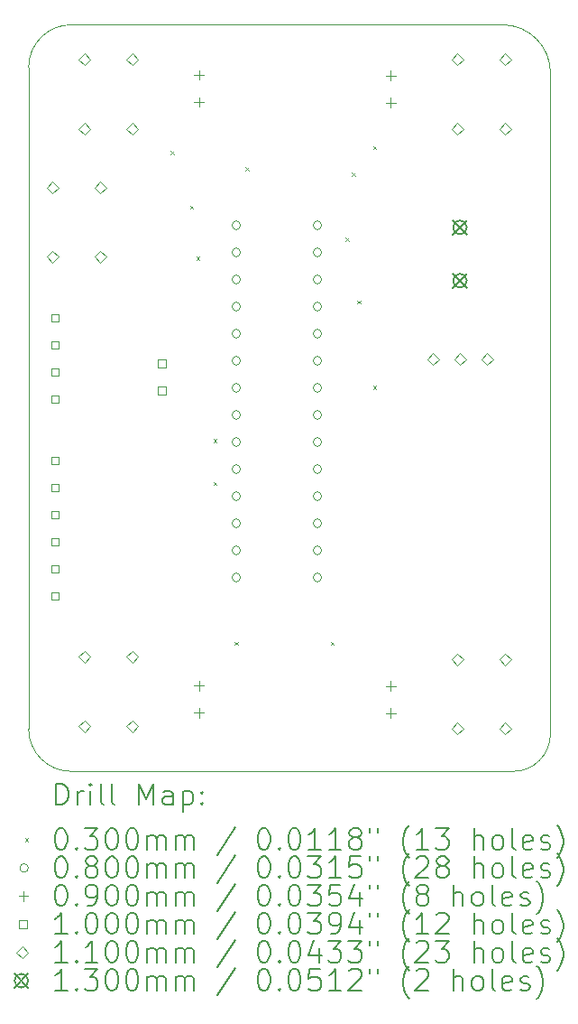
<source format=gbr>
%TF.GenerationSoftware,KiCad,Pcbnew,8.0.0*%
%TF.CreationDate,2024-04-02T15:54:07-06:00*%
%TF.ProjectId,SimonSaysPCBDesign,53696d6f-6e53-4617-9973-504342446573,1.0*%
%TF.SameCoordinates,Original*%
%TF.FileFunction,Drillmap*%
%TF.FilePolarity,Positive*%
%FSLAX45Y45*%
G04 Gerber Fmt 4.5, Leading zero omitted, Abs format (unit mm)*
G04 Created by KiCad (PCBNEW 8.0.0) date 2024-04-02 15:54:07*
%MOMM*%
%LPD*%
G01*
G04 APERTURE LIST*
%ADD10C,0.050000*%
%ADD11C,0.200000*%
%ADD12C,0.100000*%
%ADD13C,0.110000*%
%ADD14C,0.130000*%
G04 APERTURE END LIST*
D10*
X11250000Y-13450000D02*
G75*
G02*
X10850000Y-13050000I0J400000D01*
G01*
X15750000Y-13100000D02*
G75*
G02*
X15400000Y-13450000I-350000J0D01*
G01*
X15750000Y-13000000D02*
X15750000Y-13050000D01*
X10850000Y-6850000D02*
G75*
G02*
X11250000Y-6450000I400000J0D01*
G01*
X15750000Y-13000000D02*
X15750000Y-6900000D01*
X10850000Y-13000000D02*
X10850000Y-13050000D01*
X15350000Y-13450000D02*
X15400000Y-13450000D01*
X15300000Y-6450000D02*
G75*
G02*
X15750000Y-6900000I0J-450000D01*
G01*
X11300000Y-13450000D02*
X11250000Y-13450000D01*
X11300000Y-6450000D02*
X11250000Y-6450000D01*
X15250000Y-6450000D02*
X15300000Y-6450000D01*
X11300000Y-6450000D02*
X15250000Y-6450000D01*
X10850000Y-6900000D02*
X10850000Y-6850000D01*
X15750000Y-13050000D02*
X15750000Y-13100000D01*
X11300000Y-13450000D02*
X15350000Y-13450000D01*
X10850000Y-6900000D02*
X10850000Y-13000000D01*
D11*
D12*
X12185000Y-7635000D02*
X12215000Y-7665000D01*
X12215000Y-7635000D02*
X12185000Y-7665000D01*
X12365000Y-8145000D02*
X12395000Y-8175000D01*
X12395000Y-8145000D02*
X12365000Y-8175000D01*
X12425000Y-8625000D02*
X12455000Y-8655000D01*
X12455000Y-8625000D02*
X12425000Y-8655000D01*
X12585000Y-10335000D02*
X12615000Y-10365000D01*
X12615000Y-10335000D02*
X12585000Y-10365000D01*
X12585000Y-10735000D02*
X12615000Y-10765000D01*
X12615000Y-10735000D02*
X12585000Y-10765000D01*
X12785000Y-12235000D02*
X12815000Y-12265000D01*
X12815000Y-12235000D02*
X12785000Y-12265000D01*
X12885000Y-7785000D02*
X12915000Y-7815000D01*
X12915000Y-7785000D02*
X12885000Y-7815000D01*
X13685000Y-12235000D02*
X13715000Y-12265000D01*
X13715000Y-12235000D02*
X13685000Y-12265000D01*
X13825000Y-8445000D02*
X13855000Y-8475000D01*
X13855000Y-8445000D02*
X13825000Y-8475000D01*
X13885000Y-7835000D02*
X13915000Y-7865000D01*
X13915000Y-7835000D02*
X13885000Y-7865000D01*
X13935000Y-9035000D02*
X13965000Y-9065000D01*
X13965000Y-9035000D02*
X13935000Y-9065000D01*
X14085000Y-7585000D02*
X14115000Y-7615000D01*
X14115000Y-7585000D02*
X14085000Y-7615000D01*
X14085000Y-9835000D02*
X14115000Y-9865000D01*
X14115000Y-9835000D02*
X14085000Y-9865000D01*
X12840000Y-8330000D02*
G75*
G02*
X12760000Y-8330000I-40000J0D01*
G01*
X12760000Y-8330000D02*
G75*
G02*
X12840000Y-8330000I40000J0D01*
G01*
X12840000Y-8584000D02*
G75*
G02*
X12760000Y-8584000I-40000J0D01*
G01*
X12760000Y-8584000D02*
G75*
G02*
X12840000Y-8584000I40000J0D01*
G01*
X12840000Y-8838000D02*
G75*
G02*
X12760000Y-8838000I-40000J0D01*
G01*
X12760000Y-8838000D02*
G75*
G02*
X12840000Y-8838000I40000J0D01*
G01*
X12840000Y-9092000D02*
G75*
G02*
X12760000Y-9092000I-40000J0D01*
G01*
X12760000Y-9092000D02*
G75*
G02*
X12840000Y-9092000I40000J0D01*
G01*
X12840000Y-9346000D02*
G75*
G02*
X12760000Y-9346000I-40000J0D01*
G01*
X12760000Y-9346000D02*
G75*
G02*
X12840000Y-9346000I40000J0D01*
G01*
X12840000Y-9600000D02*
G75*
G02*
X12760000Y-9600000I-40000J0D01*
G01*
X12760000Y-9600000D02*
G75*
G02*
X12840000Y-9600000I40000J0D01*
G01*
X12840000Y-9854000D02*
G75*
G02*
X12760000Y-9854000I-40000J0D01*
G01*
X12760000Y-9854000D02*
G75*
G02*
X12840000Y-9854000I40000J0D01*
G01*
X12840000Y-10108000D02*
G75*
G02*
X12760000Y-10108000I-40000J0D01*
G01*
X12760000Y-10108000D02*
G75*
G02*
X12840000Y-10108000I40000J0D01*
G01*
X12840000Y-10362000D02*
G75*
G02*
X12760000Y-10362000I-40000J0D01*
G01*
X12760000Y-10362000D02*
G75*
G02*
X12840000Y-10362000I40000J0D01*
G01*
X12840000Y-10616000D02*
G75*
G02*
X12760000Y-10616000I-40000J0D01*
G01*
X12760000Y-10616000D02*
G75*
G02*
X12840000Y-10616000I40000J0D01*
G01*
X12840000Y-10870000D02*
G75*
G02*
X12760000Y-10870000I-40000J0D01*
G01*
X12760000Y-10870000D02*
G75*
G02*
X12840000Y-10870000I40000J0D01*
G01*
X12840000Y-11124000D02*
G75*
G02*
X12760000Y-11124000I-40000J0D01*
G01*
X12760000Y-11124000D02*
G75*
G02*
X12840000Y-11124000I40000J0D01*
G01*
X12840000Y-11378000D02*
G75*
G02*
X12760000Y-11378000I-40000J0D01*
G01*
X12760000Y-11378000D02*
G75*
G02*
X12840000Y-11378000I40000J0D01*
G01*
X12840000Y-11632000D02*
G75*
G02*
X12760000Y-11632000I-40000J0D01*
G01*
X12760000Y-11632000D02*
G75*
G02*
X12840000Y-11632000I40000J0D01*
G01*
X13602000Y-8330000D02*
G75*
G02*
X13522000Y-8330000I-40000J0D01*
G01*
X13522000Y-8330000D02*
G75*
G02*
X13602000Y-8330000I40000J0D01*
G01*
X13602000Y-8584000D02*
G75*
G02*
X13522000Y-8584000I-40000J0D01*
G01*
X13522000Y-8584000D02*
G75*
G02*
X13602000Y-8584000I40000J0D01*
G01*
X13602000Y-8838000D02*
G75*
G02*
X13522000Y-8838000I-40000J0D01*
G01*
X13522000Y-8838000D02*
G75*
G02*
X13602000Y-8838000I40000J0D01*
G01*
X13602000Y-9092000D02*
G75*
G02*
X13522000Y-9092000I-40000J0D01*
G01*
X13522000Y-9092000D02*
G75*
G02*
X13602000Y-9092000I40000J0D01*
G01*
X13602000Y-9346000D02*
G75*
G02*
X13522000Y-9346000I-40000J0D01*
G01*
X13522000Y-9346000D02*
G75*
G02*
X13602000Y-9346000I40000J0D01*
G01*
X13602000Y-9600000D02*
G75*
G02*
X13522000Y-9600000I-40000J0D01*
G01*
X13522000Y-9600000D02*
G75*
G02*
X13602000Y-9600000I40000J0D01*
G01*
X13602000Y-9854000D02*
G75*
G02*
X13522000Y-9854000I-40000J0D01*
G01*
X13522000Y-9854000D02*
G75*
G02*
X13602000Y-9854000I40000J0D01*
G01*
X13602000Y-10108000D02*
G75*
G02*
X13522000Y-10108000I-40000J0D01*
G01*
X13522000Y-10108000D02*
G75*
G02*
X13602000Y-10108000I40000J0D01*
G01*
X13602000Y-10362000D02*
G75*
G02*
X13522000Y-10362000I-40000J0D01*
G01*
X13522000Y-10362000D02*
G75*
G02*
X13602000Y-10362000I40000J0D01*
G01*
X13602000Y-10616000D02*
G75*
G02*
X13522000Y-10616000I-40000J0D01*
G01*
X13522000Y-10616000D02*
G75*
G02*
X13602000Y-10616000I40000J0D01*
G01*
X13602000Y-10870000D02*
G75*
G02*
X13522000Y-10870000I-40000J0D01*
G01*
X13522000Y-10870000D02*
G75*
G02*
X13602000Y-10870000I40000J0D01*
G01*
X13602000Y-11124000D02*
G75*
G02*
X13522000Y-11124000I-40000J0D01*
G01*
X13522000Y-11124000D02*
G75*
G02*
X13602000Y-11124000I40000J0D01*
G01*
X13602000Y-11378000D02*
G75*
G02*
X13522000Y-11378000I-40000J0D01*
G01*
X13522000Y-11378000D02*
G75*
G02*
X13602000Y-11378000I40000J0D01*
G01*
X13602000Y-11632000D02*
G75*
G02*
X13522000Y-11632000I-40000J0D01*
G01*
X13522000Y-11632000D02*
G75*
G02*
X13602000Y-11632000I40000J0D01*
G01*
X12450000Y-6876000D02*
X12450000Y-6966000D01*
X12405000Y-6921000D02*
X12495000Y-6921000D01*
X12450000Y-7130000D02*
X12450000Y-7220000D01*
X12405000Y-7175000D02*
X12495000Y-7175000D01*
X12450000Y-12601000D02*
X12450000Y-12691000D01*
X12405000Y-12646000D02*
X12495000Y-12646000D01*
X12450000Y-12855000D02*
X12450000Y-12945000D01*
X12405000Y-12900000D02*
X12495000Y-12900000D01*
X14250000Y-6880000D02*
X14250000Y-6970000D01*
X14205000Y-6925000D02*
X14295000Y-6925000D01*
X14250000Y-7134000D02*
X14250000Y-7224000D01*
X14205000Y-7179000D02*
X14295000Y-7179000D01*
X14250000Y-12605000D02*
X14250000Y-12695000D01*
X14205000Y-12650000D02*
X14295000Y-12650000D01*
X14250000Y-12859000D02*
X14250000Y-12949000D01*
X14205000Y-12904000D02*
X14295000Y-12904000D01*
X11135356Y-9231356D02*
X11135356Y-9160644D01*
X11064644Y-9160644D01*
X11064644Y-9231356D01*
X11135356Y-9231356D01*
X11135356Y-9485356D02*
X11135356Y-9414644D01*
X11064644Y-9414644D01*
X11064644Y-9485356D01*
X11135356Y-9485356D01*
X11135356Y-9739356D02*
X11135356Y-9668644D01*
X11064644Y-9668644D01*
X11064644Y-9739356D01*
X11135356Y-9739356D01*
X11135356Y-9993356D02*
X11135356Y-9922644D01*
X11064644Y-9922644D01*
X11064644Y-9993356D01*
X11135356Y-9993356D01*
X11135356Y-10573356D02*
X11135356Y-10502644D01*
X11064644Y-10502644D01*
X11064644Y-10573356D01*
X11135356Y-10573356D01*
X11135356Y-10827356D02*
X11135356Y-10756644D01*
X11064644Y-10756644D01*
X11064644Y-10827356D01*
X11135356Y-10827356D01*
X11135356Y-11081356D02*
X11135356Y-11010644D01*
X11064644Y-11010644D01*
X11064644Y-11081356D01*
X11135356Y-11081356D01*
X11135356Y-11335356D02*
X11135356Y-11264644D01*
X11064644Y-11264644D01*
X11064644Y-11335356D01*
X11135356Y-11335356D01*
X11135356Y-11589356D02*
X11135356Y-11518644D01*
X11064644Y-11518644D01*
X11064644Y-11589356D01*
X11135356Y-11589356D01*
X11135356Y-11843356D02*
X11135356Y-11772644D01*
X11064644Y-11772644D01*
X11064644Y-11843356D01*
X11135356Y-11843356D01*
X12135356Y-9660356D02*
X12135356Y-9589644D01*
X12064644Y-9589644D01*
X12064644Y-9660356D01*
X12135356Y-9660356D01*
X12135356Y-9914356D02*
X12135356Y-9843644D01*
X12064644Y-9843644D01*
X12064644Y-9914356D01*
X12135356Y-9914356D01*
D13*
X11075000Y-8030000D02*
X11130000Y-7975000D01*
X11075000Y-7920000D01*
X11020000Y-7975000D01*
X11075000Y-8030000D01*
X11075000Y-8680000D02*
X11130000Y-8625000D01*
X11075000Y-8570000D01*
X11020000Y-8625000D01*
X11075000Y-8680000D01*
X11375000Y-6830000D02*
X11430000Y-6775000D01*
X11375000Y-6720000D01*
X11320000Y-6775000D01*
X11375000Y-6830000D01*
X11375000Y-7480000D02*
X11430000Y-7425000D01*
X11375000Y-7370000D01*
X11320000Y-7425000D01*
X11375000Y-7480000D01*
X11375000Y-12430000D02*
X11430000Y-12375000D01*
X11375000Y-12320000D01*
X11320000Y-12375000D01*
X11375000Y-12430000D01*
X11375000Y-13080000D02*
X11430000Y-13025000D01*
X11375000Y-12970000D01*
X11320000Y-13025000D01*
X11375000Y-13080000D01*
X11525000Y-8030000D02*
X11580000Y-7975000D01*
X11525000Y-7920000D01*
X11470000Y-7975000D01*
X11525000Y-8030000D01*
X11525000Y-8680000D02*
X11580000Y-8625000D01*
X11525000Y-8570000D01*
X11470000Y-8625000D01*
X11525000Y-8680000D01*
X11825000Y-6830000D02*
X11880000Y-6775000D01*
X11825000Y-6720000D01*
X11770000Y-6775000D01*
X11825000Y-6830000D01*
X11825000Y-7480000D02*
X11880000Y-7425000D01*
X11825000Y-7370000D01*
X11770000Y-7425000D01*
X11825000Y-7480000D01*
X11825000Y-12430000D02*
X11880000Y-12375000D01*
X11825000Y-12320000D01*
X11770000Y-12375000D01*
X11825000Y-12430000D01*
X11825000Y-13080000D02*
X11880000Y-13025000D01*
X11825000Y-12970000D01*
X11770000Y-13025000D01*
X11825000Y-13080000D01*
X14646000Y-9639000D02*
X14701000Y-9584000D01*
X14646000Y-9529000D01*
X14591000Y-9584000D01*
X14646000Y-9639000D01*
X14875000Y-6830000D02*
X14930000Y-6775000D01*
X14875000Y-6720000D01*
X14820000Y-6775000D01*
X14875000Y-6830000D01*
X14875000Y-7480000D02*
X14930000Y-7425000D01*
X14875000Y-7370000D01*
X14820000Y-7425000D01*
X14875000Y-7480000D01*
X14875000Y-12455000D02*
X14930000Y-12400000D01*
X14875000Y-12345000D01*
X14820000Y-12400000D01*
X14875000Y-12455000D01*
X14875000Y-13105000D02*
X14930000Y-13050000D01*
X14875000Y-12995000D01*
X14820000Y-13050000D01*
X14875000Y-13105000D01*
X14900000Y-9639000D02*
X14955000Y-9584000D01*
X14900000Y-9529000D01*
X14845000Y-9584000D01*
X14900000Y-9639000D01*
X15154000Y-9639000D02*
X15209000Y-9584000D01*
X15154000Y-9529000D01*
X15099000Y-9584000D01*
X15154000Y-9639000D01*
X15325000Y-6830000D02*
X15380000Y-6775000D01*
X15325000Y-6720000D01*
X15270000Y-6775000D01*
X15325000Y-6830000D01*
X15325000Y-7480000D02*
X15380000Y-7425000D01*
X15325000Y-7370000D01*
X15270000Y-7425000D01*
X15325000Y-7480000D01*
X15325000Y-12455000D02*
X15380000Y-12400000D01*
X15325000Y-12345000D01*
X15270000Y-12400000D01*
X15325000Y-12455000D01*
X15325000Y-13105000D02*
X15380000Y-13050000D01*
X15325000Y-12995000D01*
X15270000Y-13050000D01*
X15325000Y-13105000D01*
D14*
X14835000Y-8285000D02*
X14965000Y-8415000D01*
X14965000Y-8285000D02*
X14835000Y-8415000D01*
X14965000Y-8350000D02*
G75*
G02*
X14835000Y-8350000I-65000J0D01*
G01*
X14835000Y-8350000D02*
G75*
G02*
X14965000Y-8350000I65000J0D01*
G01*
X14835000Y-8785000D02*
X14965000Y-8915000D01*
X14965000Y-8785000D02*
X14835000Y-8915000D01*
X14965000Y-8850000D02*
G75*
G02*
X14835000Y-8850000I-65000J0D01*
G01*
X14835000Y-8850000D02*
G75*
G02*
X14965000Y-8850000I65000J0D01*
G01*
D11*
X11108277Y-13763984D02*
X11108277Y-13563984D01*
X11108277Y-13563984D02*
X11155896Y-13563984D01*
X11155896Y-13563984D02*
X11184467Y-13573508D01*
X11184467Y-13573508D02*
X11203515Y-13592555D01*
X11203515Y-13592555D02*
X11213039Y-13611603D01*
X11213039Y-13611603D02*
X11222562Y-13649698D01*
X11222562Y-13649698D02*
X11222562Y-13678269D01*
X11222562Y-13678269D02*
X11213039Y-13716365D01*
X11213039Y-13716365D02*
X11203515Y-13735412D01*
X11203515Y-13735412D02*
X11184467Y-13754460D01*
X11184467Y-13754460D02*
X11155896Y-13763984D01*
X11155896Y-13763984D02*
X11108277Y-13763984D01*
X11308277Y-13763984D02*
X11308277Y-13630650D01*
X11308277Y-13668746D02*
X11317801Y-13649698D01*
X11317801Y-13649698D02*
X11327324Y-13640174D01*
X11327324Y-13640174D02*
X11346372Y-13630650D01*
X11346372Y-13630650D02*
X11365420Y-13630650D01*
X11432086Y-13763984D02*
X11432086Y-13630650D01*
X11432086Y-13563984D02*
X11422562Y-13573508D01*
X11422562Y-13573508D02*
X11432086Y-13583031D01*
X11432086Y-13583031D02*
X11441610Y-13573508D01*
X11441610Y-13573508D02*
X11432086Y-13563984D01*
X11432086Y-13563984D02*
X11432086Y-13583031D01*
X11555896Y-13763984D02*
X11536848Y-13754460D01*
X11536848Y-13754460D02*
X11527324Y-13735412D01*
X11527324Y-13735412D02*
X11527324Y-13563984D01*
X11660658Y-13763984D02*
X11641610Y-13754460D01*
X11641610Y-13754460D02*
X11632086Y-13735412D01*
X11632086Y-13735412D02*
X11632086Y-13563984D01*
X11889229Y-13763984D02*
X11889229Y-13563984D01*
X11889229Y-13563984D02*
X11955896Y-13706841D01*
X11955896Y-13706841D02*
X12022562Y-13563984D01*
X12022562Y-13563984D02*
X12022562Y-13763984D01*
X12203515Y-13763984D02*
X12203515Y-13659222D01*
X12203515Y-13659222D02*
X12193991Y-13640174D01*
X12193991Y-13640174D02*
X12174943Y-13630650D01*
X12174943Y-13630650D02*
X12136848Y-13630650D01*
X12136848Y-13630650D02*
X12117801Y-13640174D01*
X12203515Y-13754460D02*
X12184467Y-13763984D01*
X12184467Y-13763984D02*
X12136848Y-13763984D01*
X12136848Y-13763984D02*
X12117801Y-13754460D01*
X12117801Y-13754460D02*
X12108277Y-13735412D01*
X12108277Y-13735412D02*
X12108277Y-13716365D01*
X12108277Y-13716365D02*
X12117801Y-13697317D01*
X12117801Y-13697317D02*
X12136848Y-13687793D01*
X12136848Y-13687793D02*
X12184467Y-13687793D01*
X12184467Y-13687793D02*
X12203515Y-13678269D01*
X12298753Y-13630650D02*
X12298753Y-13830650D01*
X12298753Y-13640174D02*
X12317801Y-13630650D01*
X12317801Y-13630650D02*
X12355896Y-13630650D01*
X12355896Y-13630650D02*
X12374943Y-13640174D01*
X12374943Y-13640174D02*
X12384467Y-13649698D01*
X12384467Y-13649698D02*
X12393991Y-13668746D01*
X12393991Y-13668746D02*
X12393991Y-13725888D01*
X12393991Y-13725888D02*
X12384467Y-13744936D01*
X12384467Y-13744936D02*
X12374943Y-13754460D01*
X12374943Y-13754460D02*
X12355896Y-13763984D01*
X12355896Y-13763984D02*
X12317801Y-13763984D01*
X12317801Y-13763984D02*
X12298753Y-13754460D01*
X12479705Y-13744936D02*
X12489229Y-13754460D01*
X12489229Y-13754460D02*
X12479705Y-13763984D01*
X12479705Y-13763984D02*
X12470182Y-13754460D01*
X12470182Y-13754460D02*
X12479705Y-13744936D01*
X12479705Y-13744936D02*
X12479705Y-13763984D01*
X12479705Y-13640174D02*
X12489229Y-13649698D01*
X12489229Y-13649698D02*
X12479705Y-13659222D01*
X12479705Y-13659222D02*
X12470182Y-13649698D01*
X12470182Y-13649698D02*
X12479705Y-13640174D01*
X12479705Y-13640174D02*
X12479705Y-13659222D01*
D12*
X10817500Y-14077500D02*
X10847500Y-14107500D01*
X10847500Y-14077500D02*
X10817500Y-14107500D01*
D11*
X11146372Y-13983984D02*
X11165420Y-13983984D01*
X11165420Y-13983984D02*
X11184467Y-13993508D01*
X11184467Y-13993508D02*
X11193991Y-14003031D01*
X11193991Y-14003031D02*
X11203515Y-14022079D01*
X11203515Y-14022079D02*
X11213039Y-14060174D01*
X11213039Y-14060174D02*
X11213039Y-14107793D01*
X11213039Y-14107793D02*
X11203515Y-14145888D01*
X11203515Y-14145888D02*
X11193991Y-14164936D01*
X11193991Y-14164936D02*
X11184467Y-14174460D01*
X11184467Y-14174460D02*
X11165420Y-14183984D01*
X11165420Y-14183984D02*
X11146372Y-14183984D01*
X11146372Y-14183984D02*
X11127324Y-14174460D01*
X11127324Y-14174460D02*
X11117801Y-14164936D01*
X11117801Y-14164936D02*
X11108277Y-14145888D01*
X11108277Y-14145888D02*
X11098753Y-14107793D01*
X11098753Y-14107793D02*
X11098753Y-14060174D01*
X11098753Y-14060174D02*
X11108277Y-14022079D01*
X11108277Y-14022079D02*
X11117801Y-14003031D01*
X11117801Y-14003031D02*
X11127324Y-13993508D01*
X11127324Y-13993508D02*
X11146372Y-13983984D01*
X11298753Y-14164936D02*
X11308277Y-14174460D01*
X11308277Y-14174460D02*
X11298753Y-14183984D01*
X11298753Y-14183984D02*
X11289229Y-14174460D01*
X11289229Y-14174460D02*
X11298753Y-14164936D01*
X11298753Y-14164936D02*
X11298753Y-14183984D01*
X11374943Y-13983984D02*
X11498753Y-13983984D01*
X11498753Y-13983984D02*
X11432086Y-14060174D01*
X11432086Y-14060174D02*
X11460658Y-14060174D01*
X11460658Y-14060174D02*
X11479705Y-14069698D01*
X11479705Y-14069698D02*
X11489229Y-14079222D01*
X11489229Y-14079222D02*
X11498753Y-14098269D01*
X11498753Y-14098269D02*
X11498753Y-14145888D01*
X11498753Y-14145888D02*
X11489229Y-14164936D01*
X11489229Y-14164936D02*
X11479705Y-14174460D01*
X11479705Y-14174460D02*
X11460658Y-14183984D01*
X11460658Y-14183984D02*
X11403515Y-14183984D01*
X11403515Y-14183984D02*
X11384467Y-14174460D01*
X11384467Y-14174460D02*
X11374943Y-14164936D01*
X11622562Y-13983984D02*
X11641610Y-13983984D01*
X11641610Y-13983984D02*
X11660658Y-13993508D01*
X11660658Y-13993508D02*
X11670182Y-14003031D01*
X11670182Y-14003031D02*
X11679705Y-14022079D01*
X11679705Y-14022079D02*
X11689229Y-14060174D01*
X11689229Y-14060174D02*
X11689229Y-14107793D01*
X11689229Y-14107793D02*
X11679705Y-14145888D01*
X11679705Y-14145888D02*
X11670182Y-14164936D01*
X11670182Y-14164936D02*
X11660658Y-14174460D01*
X11660658Y-14174460D02*
X11641610Y-14183984D01*
X11641610Y-14183984D02*
X11622562Y-14183984D01*
X11622562Y-14183984D02*
X11603515Y-14174460D01*
X11603515Y-14174460D02*
X11593991Y-14164936D01*
X11593991Y-14164936D02*
X11584467Y-14145888D01*
X11584467Y-14145888D02*
X11574943Y-14107793D01*
X11574943Y-14107793D02*
X11574943Y-14060174D01*
X11574943Y-14060174D02*
X11584467Y-14022079D01*
X11584467Y-14022079D02*
X11593991Y-14003031D01*
X11593991Y-14003031D02*
X11603515Y-13993508D01*
X11603515Y-13993508D02*
X11622562Y-13983984D01*
X11813039Y-13983984D02*
X11832086Y-13983984D01*
X11832086Y-13983984D02*
X11851134Y-13993508D01*
X11851134Y-13993508D02*
X11860658Y-14003031D01*
X11860658Y-14003031D02*
X11870182Y-14022079D01*
X11870182Y-14022079D02*
X11879705Y-14060174D01*
X11879705Y-14060174D02*
X11879705Y-14107793D01*
X11879705Y-14107793D02*
X11870182Y-14145888D01*
X11870182Y-14145888D02*
X11860658Y-14164936D01*
X11860658Y-14164936D02*
X11851134Y-14174460D01*
X11851134Y-14174460D02*
X11832086Y-14183984D01*
X11832086Y-14183984D02*
X11813039Y-14183984D01*
X11813039Y-14183984D02*
X11793991Y-14174460D01*
X11793991Y-14174460D02*
X11784467Y-14164936D01*
X11784467Y-14164936D02*
X11774943Y-14145888D01*
X11774943Y-14145888D02*
X11765420Y-14107793D01*
X11765420Y-14107793D02*
X11765420Y-14060174D01*
X11765420Y-14060174D02*
X11774943Y-14022079D01*
X11774943Y-14022079D02*
X11784467Y-14003031D01*
X11784467Y-14003031D02*
X11793991Y-13993508D01*
X11793991Y-13993508D02*
X11813039Y-13983984D01*
X11965420Y-14183984D02*
X11965420Y-14050650D01*
X11965420Y-14069698D02*
X11974943Y-14060174D01*
X11974943Y-14060174D02*
X11993991Y-14050650D01*
X11993991Y-14050650D02*
X12022563Y-14050650D01*
X12022563Y-14050650D02*
X12041610Y-14060174D01*
X12041610Y-14060174D02*
X12051134Y-14079222D01*
X12051134Y-14079222D02*
X12051134Y-14183984D01*
X12051134Y-14079222D02*
X12060658Y-14060174D01*
X12060658Y-14060174D02*
X12079705Y-14050650D01*
X12079705Y-14050650D02*
X12108277Y-14050650D01*
X12108277Y-14050650D02*
X12127324Y-14060174D01*
X12127324Y-14060174D02*
X12136848Y-14079222D01*
X12136848Y-14079222D02*
X12136848Y-14183984D01*
X12232086Y-14183984D02*
X12232086Y-14050650D01*
X12232086Y-14069698D02*
X12241610Y-14060174D01*
X12241610Y-14060174D02*
X12260658Y-14050650D01*
X12260658Y-14050650D02*
X12289229Y-14050650D01*
X12289229Y-14050650D02*
X12308277Y-14060174D01*
X12308277Y-14060174D02*
X12317801Y-14079222D01*
X12317801Y-14079222D02*
X12317801Y-14183984D01*
X12317801Y-14079222D02*
X12327324Y-14060174D01*
X12327324Y-14060174D02*
X12346372Y-14050650D01*
X12346372Y-14050650D02*
X12374943Y-14050650D01*
X12374943Y-14050650D02*
X12393991Y-14060174D01*
X12393991Y-14060174D02*
X12403515Y-14079222D01*
X12403515Y-14079222D02*
X12403515Y-14183984D01*
X12793991Y-13974460D02*
X12622563Y-14231603D01*
X13051134Y-13983984D02*
X13070182Y-13983984D01*
X13070182Y-13983984D02*
X13089229Y-13993508D01*
X13089229Y-13993508D02*
X13098753Y-14003031D01*
X13098753Y-14003031D02*
X13108277Y-14022079D01*
X13108277Y-14022079D02*
X13117801Y-14060174D01*
X13117801Y-14060174D02*
X13117801Y-14107793D01*
X13117801Y-14107793D02*
X13108277Y-14145888D01*
X13108277Y-14145888D02*
X13098753Y-14164936D01*
X13098753Y-14164936D02*
X13089229Y-14174460D01*
X13089229Y-14174460D02*
X13070182Y-14183984D01*
X13070182Y-14183984D02*
X13051134Y-14183984D01*
X13051134Y-14183984D02*
X13032086Y-14174460D01*
X13032086Y-14174460D02*
X13022563Y-14164936D01*
X13022563Y-14164936D02*
X13013039Y-14145888D01*
X13013039Y-14145888D02*
X13003515Y-14107793D01*
X13003515Y-14107793D02*
X13003515Y-14060174D01*
X13003515Y-14060174D02*
X13013039Y-14022079D01*
X13013039Y-14022079D02*
X13022563Y-14003031D01*
X13022563Y-14003031D02*
X13032086Y-13993508D01*
X13032086Y-13993508D02*
X13051134Y-13983984D01*
X13203515Y-14164936D02*
X13213039Y-14174460D01*
X13213039Y-14174460D02*
X13203515Y-14183984D01*
X13203515Y-14183984D02*
X13193991Y-14174460D01*
X13193991Y-14174460D02*
X13203515Y-14164936D01*
X13203515Y-14164936D02*
X13203515Y-14183984D01*
X13336848Y-13983984D02*
X13355896Y-13983984D01*
X13355896Y-13983984D02*
X13374944Y-13993508D01*
X13374944Y-13993508D02*
X13384467Y-14003031D01*
X13384467Y-14003031D02*
X13393991Y-14022079D01*
X13393991Y-14022079D02*
X13403515Y-14060174D01*
X13403515Y-14060174D02*
X13403515Y-14107793D01*
X13403515Y-14107793D02*
X13393991Y-14145888D01*
X13393991Y-14145888D02*
X13384467Y-14164936D01*
X13384467Y-14164936D02*
X13374944Y-14174460D01*
X13374944Y-14174460D02*
X13355896Y-14183984D01*
X13355896Y-14183984D02*
X13336848Y-14183984D01*
X13336848Y-14183984D02*
X13317801Y-14174460D01*
X13317801Y-14174460D02*
X13308277Y-14164936D01*
X13308277Y-14164936D02*
X13298753Y-14145888D01*
X13298753Y-14145888D02*
X13289229Y-14107793D01*
X13289229Y-14107793D02*
X13289229Y-14060174D01*
X13289229Y-14060174D02*
X13298753Y-14022079D01*
X13298753Y-14022079D02*
X13308277Y-14003031D01*
X13308277Y-14003031D02*
X13317801Y-13993508D01*
X13317801Y-13993508D02*
X13336848Y-13983984D01*
X13593991Y-14183984D02*
X13479706Y-14183984D01*
X13536848Y-14183984D02*
X13536848Y-13983984D01*
X13536848Y-13983984D02*
X13517801Y-14012555D01*
X13517801Y-14012555D02*
X13498753Y-14031603D01*
X13498753Y-14031603D02*
X13479706Y-14041127D01*
X13784467Y-14183984D02*
X13670182Y-14183984D01*
X13727325Y-14183984D02*
X13727325Y-13983984D01*
X13727325Y-13983984D02*
X13708277Y-14012555D01*
X13708277Y-14012555D02*
X13689229Y-14031603D01*
X13689229Y-14031603D02*
X13670182Y-14041127D01*
X13898753Y-14069698D02*
X13879706Y-14060174D01*
X13879706Y-14060174D02*
X13870182Y-14050650D01*
X13870182Y-14050650D02*
X13860658Y-14031603D01*
X13860658Y-14031603D02*
X13860658Y-14022079D01*
X13860658Y-14022079D02*
X13870182Y-14003031D01*
X13870182Y-14003031D02*
X13879706Y-13993508D01*
X13879706Y-13993508D02*
X13898753Y-13983984D01*
X13898753Y-13983984D02*
X13936848Y-13983984D01*
X13936848Y-13983984D02*
X13955896Y-13993508D01*
X13955896Y-13993508D02*
X13965420Y-14003031D01*
X13965420Y-14003031D02*
X13974944Y-14022079D01*
X13974944Y-14022079D02*
X13974944Y-14031603D01*
X13974944Y-14031603D02*
X13965420Y-14050650D01*
X13965420Y-14050650D02*
X13955896Y-14060174D01*
X13955896Y-14060174D02*
X13936848Y-14069698D01*
X13936848Y-14069698D02*
X13898753Y-14069698D01*
X13898753Y-14069698D02*
X13879706Y-14079222D01*
X13879706Y-14079222D02*
X13870182Y-14088746D01*
X13870182Y-14088746D02*
X13860658Y-14107793D01*
X13860658Y-14107793D02*
X13860658Y-14145888D01*
X13860658Y-14145888D02*
X13870182Y-14164936D01*
X13870182Y-14164936D02*
X13879706Y-14174460D01*
X13879706Y-14174460D02*
X13898753Y-14183984D01*
X13898753Y-14183984D02*
X13936848Y-14183984D01*
X13936848Y-14183984D02*
X13955896Y-14174460D01*
X13955896Y-14174460D02*
X13965420Y-14164936D01*
X13965420Y-14164936D02*
X13974944Y-14145888D01*
X13974944Y-14145888D02*
X13974944Y-14107793D01*
X13974944Y-14107793D02*
X13965420Y-14088746D01*
X13965420Y-14088746D02*
X13955896Y-14079222D01*
X13955896Y-14079222D02*
X13936848Y-14069698D01*
X14051134Y-13983984D02*
X14051134Y-14022079D01*
X14127325Y-13983984D02*
X14127325Y-14022079D01*
X14422563Y-14260174D02*
X14413039Y-14250650D01*
X14413039Y-14250650D02*
X14393991Y-14222079D01*
X14393991Y-14222079D02*
X14384468Y-14203031D01*
X14384468Y-14203031D02*
X14374944Y-14174460D01*
X14374944Y-14174460D02*
X14365420Y-14126841D01*
X14365420Y-14126841D02*
X14365420Y-14088746D01*
X14365420Y-14088746D02*
X14374944Y-14041127D01*
X14374944Y-14041127D02*
X14384468Y-14012555D01*
X14384468Y-14012555D02*
X14393991Y-13993508D01*
X14393991Y-13993508D02*
X14413039Y-13964936D01*
X14413039Y-13964936D02*
X14422563Y-13955412D01*
X14603515Y-14183984D02*
X14489229Y-14183984D01*
X14546372Y-14183984D02*
X14546372Y-13983984D01*
X14546372Y-13983984D02*
X14527325Y-14012555D01*
X14527325Y-14012555D02*
X14508277Y-14031603D01*
X14508277Y-14031603D02*
X14489229Y-14041127D01*
X14670182Y-13983984D02*
X14793991Y-13983984D01*
X14793991Y-13983984D02*
X14727325Y-14060174D01*
X14727325Y-14060174D02*
X14755896Y-14060174D01*
X14755896Y-14060174D02*
X14774944Y-14069698D01*
X14774944Y-14069698D02*
X14784468Y-14079222D01*
X14784468Y-14079222D02*
X14793991Y-14098269D01*
X14793991Y-14098269D02*
X14793991Y-14145888D01*
X14793991Y-14145888D02*
X14784468Y-14164936D01*
X14784468Y-14164936D02*
X14774944Y-14174460D01*
X14774944Y-14174460D02*
X14755896Y-14183984D01*
X14755896Y-14183984D02*
X14698753Y-14183984D01*
X14698753Y-14183984D02*
X14679706Y-14174460D01*
X14679706Y-14174460D02*
X14670182Y-14164936D01*
X15032087Y-14183984D02*
X15032087Y-13983984D01*
X15117801Y-14183984D02*
X15117801Y-14079222D01*
X15117801Y-14079222D02*
X15108277Y-14060174D01*
X15108277Y-14060174D02*
X15089230Y-14050650D01*
X15089230Y-14050650D02*
X15060658Y-14050650D01*
X15060658Y-14050650D02*
X15041610Y-14060174D01*
X15041610Y-14060174D02*
X15032087Y-14069698D01*
X15241610Y-14183984D02*
X15222563Y-14174460D01*
X15222563Y-14174460D02*
X15213039Y-14164936D01*
X15213039Y-14164936D02*
X15203515Y-14145888D01*
X15203515Y-14145888D02*
X15203515Y-14088746D01*
X15203515Y-14088746D02*
X15213039Y-14069698D01*
X15213039Y-14069698D02*
X15222563Y-14060174D01*
X15222563Y-14060174D02*
X15241610Y-14050650D01*
X15241610Y-14050650D02*
X15270182Y-14050650D01*
X15270182Y-14050650D02*
X15289230Y-14060174D01*
X15289230Y-14060174D02*
X15298753Y-14069698D01*
X15298753Y-14069698D02*
X15308277Y-14088746D01*
X15308277Y-14088746D02*
X15308277Y-14145888D01*
X15308277Y-14145888D02*
X15298753Y-14164936D01*
X15298753Y-14164936D02*
X15289230Y-14174460D01*
X15289230Y-14174460D02*
X15270182Y-14183984D01*
X15270182Y-14183984D02*
X15241610Y-14183984D01*
X15422563Y-14183984D02*
X15403515Y-14174460D01*
X15403515Y-14174460D02*
X15393991Y-14155412D01*
X15393991Y-14155412D02*
X15393991Y-13983984D01*
X15574944Y-14174460D02*
X15555896Y-14183984D01*
X15555896Y-14183984D02*
X15517801Y-14183984D01*
X15517801Y-14183984D02*
X15498753Y-14174460D01*
X15498753Y-14174460D02*
X15489230Y-14155412D01*
X15489230Y-14155412D02*
X15489230Y-14079222D01*
X15489230Y-14079222D02*
X15498753Y-14060174D01*
X15498753Y-14060174D02*
X15517801Y-14050650D01*
X15517801Y-14050650D02*
X15555896Y-14050650D01*
X15555896Y-14050650D02*
X15574944Y-14060174D01*
X15574944Y-14060174D02*
X15584468Y-14079222D01*
X15584468Y-14079222D02*
X15584468Y-14098269D01*
X15584468Y-14098269D02*
X15489230Y-14117317D01*
X15660658Y-14174460D02*
X15679706Y-14183984D01*
X15679706Y-14183984D02*
X15717801Y-14183984D01*
X15717801Y-14183984D02*
X15736849Y-14174460D01*
X15736849Y-14174460D02*
X15746372Y-14155412D01*
X15746372Y-14155412D02*
X15746372Y-14145888D01*
X15746372Y-14145888D02*
X15736849Y-14126841D01*
X15736849Y-14126841D02*
X15717801Y-14117317D01*
X15717801Y-14117317D02*
X15689230Y-14117317D01*
X15689230Y-14117317D02*
X15670182Y-14107793D01*
X15670182Y-14107793D02*
X15660658Y-14088746D01*
X15660658Y-14088746D02*
X15660658Y-14079222D01*
X15660658Y-14079222D02*
X15670182Y-14060174D01*
X15670182Y-14060174D02*
X15689230Y-14050650D01*
X15689230Y-14050650D02*
X15717801Y-14050650D01*
X15717801Y-14050650D02*
X15736849Y-14060174D01*
X15813039Y-14260174D02*
X15822563Y-14250650D01*
X15822563Y-14250650D02*
X15841611Y-14222079D01*
X15841611Y-14222079D02*
X15851134Y-14203031D01*
X15851134Y-14203031D02*
X15860658Y-14174460D01*
X15860658Y-14174460D02*
X15870182Y-14126841D01*
X15870182Y-14126841D02*
X15870182Y-14088746D01*
X15870182Y-14088746D02*
X15860658Y-14041127D01*
X15860658Y-14041127D02*
X15851134Y-14012555D01*
X15851134Y-14012555D02*
X15841611Y-13993508D01*
X15841611Y-13993508D02*
X15822563Y-13964936D01*
X15822563Y-13964936D02*
X15813039Y-13955412D01*
D12*
X10847500Y-14356500D02*
G75*
G02*
X10767500Y-14356500I-40000J0D01*
G01*
X10767500Y-14356500D02*
G75*
G02*
X10847500Y-14356500I40000J0D01*
G01*
D11*
X11146372Y-14247984D02*
X11165420Y-14247984D01*
X11165420Y-14247984D02*
X11184467Y-14257508D01*
X11184467Y-14257508D02*
X11193991Y-14267031D01*
X11193991Y-14267031D02*
X11203515Y-14286079D01*
X11203515Y-14286079D02*
X11213039Y-14324174D01*
X11213039Y-14324174D02*
X11213039Y-14371793D01*
X11213039Y-14371793D02*
X11203515Y-14409888D01*
X11203515Y-14409888D02*
X11193991Y-14428936D01*
X11193991Y-14428936D02*
X11184467Y-14438460D01*
X11184467Y-14438460D02*
X11165420Y-14447984D01*
X11165420Y-14447984D02*
X11146372Y-14447984D01*
X11146372Y-14447984D02*
X11127324Y-14438460D01*
X11127324Y-14438460D02*
X11117801Y-14428936D01*
X11117801Y-14428936D02*
X11108277Y-14409888D01*
X11108277Y-14409888D02*
X11098753Y-14371793D01*
X11098753Y-14371793D02*
X11098753Y-14324174D01*
X11098753Y-14324174D02*
X11108277Y-14286079D01*
X11108277Y-14286079D02*
X11117801Y-14267031D01*
X11117801Y-14267031D02*
X11127324Y-14257508D01*
X11127324Y-14257508D02*
X11146372Y-14247984D01*
X11298753Y-14428936D02*
X11308277Y-14438460D01*
X11308277Y-14438460D02*
X11298753Y-14447984D01*
X11298753Y-14447984D02*
X11289229Y-14438460D01*
X11289229Y-14438460D02*
X11298753Y-14428936D01*
X11298753Y-14428936D02*
X11298753Y-14447984D01*
X11422562Y-14333698D02*
X11403515Y-14324174D01*
X11403515Y-14324174D02*
X11393991Y-14314650D01*
X11393991Y-14314650D02*
X11384467Y-14295603D01*
X11384467Y-14295603D02*
X11384467Y-14286079D01*
X11384467Y-14286079D02*
X11393991Y-14267031D01*
X11393991Y-14267031D02*
X11403515Y-14257508D01*
X11403515Y-14257508D02*
X11422562Y-14247984D01*
X11422562Y-14247984D02*
X11460658Y-14247984D01*
X11460658Y-14247984D02*
X11479705Y-14257508D01*
X11479705Y-14257508D02*
X11489229Y-14267031D01*
X11489229Y-14267031D02*
X11498753Y-14286079D01*
X11498753Y-14286079D02*
X11498753Y-14295603D01*
X11498753Y-14295603D02*
X11489229Y-14314650D01*
X11489229Y-14314650D02*
X11479705Y-14324174D01*
X11479705Y-14324174D02*
X11460658Y-14333698D01*
X11460658Y-14333698D02*
X11422562Y-14333698D01*
X11422562Y-14333698D02*
X11403515Y-14343222D01*
X11403515Y-14343222D02*
X11393991Y-14352746D01*
X11393991Y-14352746D02*
X11384467Y-14371793D01*
X11384467Y-14371793D02*
X11384467Y-14409888D01*
X11384467Y-14409888D02*
X11393991Y-14428936D01*
X11393991Y-14428936D02*
X11403515Y-14438460D01*
X11403515Y-14438460D02*
X11422562Y-14447984D01*
X11422562Y-14447984D02*
X11460658Y-14447984D01*
X11460658Y-14447984D02*
X11479705Y-14438460D01*
X11479705Y-14438460D02*
X11489229Y-14428936D01*
X11489229Y-14428936D02*
X11498753Y-14409888D01*
X11498753Y-14409888D02*
X11498753Y-14371793D01*
X11498753Y-14371793D02*
X11489229Y-14352746D01*
X11489229Y-14352746D02*
X11479705Y-14343222D01*
X11479705Y-14343222D02*
X11460658Y-14333698D01*
X11622562Y-14247984D02*
X11641610Y-14247984D01*
X11641610Y-14247984D02*
X11660658Y-14257508D01*
X11660658Y-14257508D02*
X11670182Y-14267031D01*
X11670182Y-14267031D02*
X11679705Y-14286079D01*
X11679705Y-14286079D02*
X11689229Y-14324174D01*
X11689229Y-14324174D02*
X11689229Y-14371793D01*
X11689229Y-14371793D02*
X11679705Y-14409888D01*
X11679705Y-14409888D02*
X11670182Y-14428936D01*
X11670182Y-14428936D02*
X11660658Y-14438460D01*
X11660658Y-14438460D02*
X11641610Y-14447984D01*
X11641610Y-14447984D02*
X11622562Y-14447984D01*
X11622562Y-14447984D02*
X11603515Y-14438460D01*
X11603515Y-14438460D02*
X11593991Y-14428936D01*
X11593991Y-14428936D02*
X11584467Y-14409888D01*
X11584467Y-14409888D02*
X11574943Y-14371793D01*
X11574943Y-14371793D02*
X11574943Y-14324174D01*
X11574943Y-14324174D02*
X11584467Y-14286079D01*
X11584467Y-14286079D02*
X11593991Y-14267031D01*
X11593991Y-14267031D02*
X11603515Y-14257508D01*
X11603515Y-14257508D02*
X11622562Y-14247984D01*
X11813039Y-14247984D02*
X11832086Y-14247984D01*
X11832086Y-14247984D02*
X11851134Y-14257508D01*
X11851134Y-14257508D02*
X11860658Y-14267031D01*
X11860658Y-14267031D02*
X11870182Y-14286079D01*
X11870182Y-14286079D02*
X11879705Y-14324174D01*
X11879705Y-14324174D02*
X11879705Y-14371793D01*
X11879705Y-14371793D02*
X11870182Y-14409888D01*
X11870182Y-14409888D02*
X11860658Y-14428936D01*
X11860658Y-14428936D02*
X11851134Y-14438460D01*
X11851134Y-14438460D02*
X11832086Y-14447984D01*
X11832086Y-14447984D02*
X11813039Y-14447984D01*
X11813039Y-14447984D02*
X11793991Y-14438460D01*
X11793991Y-14438460D02*
X11784467Y-14428936D01*
X11784467Y-14428936D02*
X11774943Y-14409888D01*
X11774943Y-14409888D02*
X11765420Y-14371793D01*
X11765420Y-14371793D02*
X11765420Y-14324174D01*
X11765420Y-14324174D02*
X11774943Y-14286079D01*
X11774943Y-14286079D02*
X11784467Y-14267031D01*
X11784467Y-14267031D02*
X11793991Y-14257508D01*
X11793991Y-14257508D02*
X11813039Y-14247984D01*
X11965420Y-14447984D02*
X11965420Y-14314650D01*
X11965420Y-14333698D02*
X11974943Y-14324174D01*
X11974943Y-14324174D02*
X11993991Y-14314650D01*
X11993991Y-14314650D02*
X12022563Y-14314650D01*
X12022563Y-14314650D02*
X12041610Y-14324174D01*
X12041610Y-14324174D02*
X12051134Y-14343222D01*
X12051134Y-14343222D02*
X12051134Y-14447984D01*
X12051134Y-14343222D02*
X12060658Y-14324174D01*
X12060658Y-14324174D02*
X12079705Y-14314650D01*
X12079705Y-14314650D02*
X12108277Y-14314650D01*
X12108277Y-14314650D02*
X12127324Y-14324174D01*
X12127324Y-14324174D02*
X12136848Y-14343222D01*
X12136848Y-14343222D02*
X12136848Y-14447984D01*
X12232086Y-14447984D02*
X12232086Y-14314650D01*
X12232086Y-14333698D02*
X12241610Y-14324174D01*
X12241610Y-14324174D02*
X12260658Y-14314650D01*
X12260658Y-14314650D02*
X12289229Y-14314650D01*
X12289229Y-14314650D02*
X12308277Y-14324174D01*
X12308277Y-14324174D02*
X12317801Y-14343222D01*
X12317801Y-14343222D02*
X12317801Y-14447984D01*
X12317801Y-14343222D02*
X12327324Y-14324174D01*
X12327324Y-14324174D02*
X12346372Y-14314650D01*
X12346372Y-14314650D02*
X12374943Y-14314650D01*
X12374943Y-14314650D02*
X12393991Y-14324174D01*
X12393991Y-14324174D02*
X12403515Y-14343222D01*
X12403515Y-14343222D02*
X12403515Y-14447984D01*
X12793991Y-14238460D02*
X12622563Y-14495603D01*
X13051134Y-14247984D02*
X13070182Y-14247984D01*
X13070182Y-14247984D02*
X13089229Y-14257508D01*
X13089229Y-14257508D02*
X13098753Y-14267031D01*
X13098753Y-14267031D02*
X13108277Y-14286079D01*
X13108277Y-14286079D02*
X13117801Y-14324174D01*
X13117801Y-14324174D02*
X13117801Y-14371793D01*
X13117801Y-14371793D02*
X13108277Y-14409888D01*
X13108277Y-14409888D02*
X13098753Y-14428936D01*
X13098753Y-14428936D02*
X13089229Y-14438460D01*
X13089229Y-14438460D02*
X13070182Y-14447984D01*
X13070182Y-14447984D02*
X13051134Y-14447984D01*
X13051134Y-14447984D02*
X13032086Y-14438460D01*
X13032086Y-14438460D02*
X13022563Y-14428936D01*
X13022563Y-14428936D02*
X13013039Y-14409888D01*
X13013039Y-14409888D02*
X13003515Y-14371793D01*
X13003515Y-14371793D02*
X13003515Y-14324174D01*
X13003515Y-14324174D02*
X13013039Y-14286079D01*
X13013039Y-14286079D02*
X13022563Y-14267031D01*
X13022563Y-14267031D02*
X13032086Y-14257508D01*
X13032086Y-14257508D02*
X13051134Y-14247984D01*
X13203515Y-14428936D02*
X13213039Y-14438460D01*
X13213039Y-14438460D02*
X13203515Y-14447984D01*
X13203515Y-14447984D02*
X13193991Y-14438460D01*
X13193991Y-14438460D02*
X13203515Y-14428936D01*
X13203515Y-14428936D02*
X13203515Y-14447984D01*
X13336848Y-14247984D02*
X13355896Y-14247984D01*
X13355896Y-14247984D02*
X13374944Y-14257508D01*
X13374944Y-14257508D02*
X13384467Y-14267031D01*
X13384467Y-14267031D02*
X13393991Y-14286079D01*
X13393991Y-14286079D02*
X13403515Y-14324174D01*
X13403515Y-14324174D02*
X13403515Y-14371793D01*
X13403515Y-14371793D02*
X13393991Y-14409888D01*
X13393991Y-14409888D02*
X13384467Y-14428936D01*
X13384467Y-14428936D02*
X13374944Y-14438460D01*
X13374944Y-14438460D02*
X13355896Y-14447984D01*
X13355896Y-14447984D02*
X13336848Y-14447984D01*
X13336848Y-14447984D02*
X13317801Y-14438460D01*
X13317801Y-14438460D02*
X13308277Y-14428936D01*
X13308277Y-14428936D02*
X13298753Y-14409888D01*
X13298753Y-14409888D02*
X13289229Y-14371793D01*
X13289229Y-14371793D02*
X13289229Y-14324174D01*
X13289229Y-14324174D02*
X13298753Y-14286079D01*
X13298753Y-14286079D02*
X13308277Y-14267031D01*
X13308277Y-14267031D02*
X13317801Y-14257508D01*
X13317801Y-14257508D02*
X13336848Y-14247984D01*
X13470182Y-14247984D02*
X13593991Y-14247984D01*
X13593991Y-14247984D02*
X13527325Y-14324174D01*
X13527325Y-14324174D02*
X13555896Y-14324174D01*
X13555896Y-14324174D02*
X13574944Y-14333698D01*
X13574944Y-14333698D02*
X13584467Y-14343222D01*
X13584467Y-14343222D02*
X13593991Y-14362269D01*
X13593991Y-14362269D02*
X13593991Y-14409888D01*
X13593991Y-14409888D02*
X13584467Y-14428936D01*
X13584467Y-14428936D02*
X13574944Y-14438460D01*
X13574944Y-14438460D02*
X13555896Y-14447984D01*
X13555896Y-14447984D02*
X13498753Y-14447984D01*
X13498753Y-14447984D02*
X13479706Y-14438460D01*
X13479706Y-14438460D02*
X13470182Y-14428936D01*
X13784467Y-14447984D02*
X13670182Y-14447984D01*
X13727325Y-14447984D02*
X13727325Y-14247984D01*
X13727325Y-14247984D02*
X13708277Y-14276555D01*
X13708277Y-14276555D02*
X13689229Y-14295603D01*
X13689229Y-14295603D02*
X13670182Y-14305127D01*
X13965420Y-14247984D02*
X13870182Y-14247984D01*
X13870182Y-14247984D02*
X13860658Y-14343222D01*
X13860658Y-14343222D02*
X13870182Y-14333698D01*
X13870182Y-14333698D02*
X13889229Y-14324174D01*
X13889229Y-14324174D02*
X13936848Y-14324174D01*
X13936848Y-14324174D02*
X13955896Y-14333698D01*
X13955896Y-14333698D02*
X13965420Y-14343222D01*
X13965420Y-14343222D02*
X13974944Y-14362269D01*
X13974944Y-14362269D02*
X13974944Y-14409888D01*
X13974944Y-14409888D02*
X13965420Y-14428936D01*
X13965420Y-14428936D02*
X13955896Y-14438460D01*
X13955896Y-14438460D02*
X13936848Y-14447984D01*
X13936848Y-14447984D02*
X13889229Y-14447984D01*
X13889229Y-14447984D02*
X13870182Y-14438460D01*
X13870182Y-14438460D02*
X13860658Y-14428936D01*
X14051134Y-14247984D02*
X14051134Y-14286079D01*
X14127325Y-14247984D02*
X14127325Y-14286079D01*
X14422563Y-14524174D02*
X14413039Y-14514650D01*
X14413039Y-14514650D02*
X14393991Y-14486079D01*
X14393991Y-14486079D02*
X14384468Y-14467031D01*
X14384468Y-14467031D02*
X14374944Y-14438460D01*
X14374944Y-14438460D02*
X14365420Y-14390841D01*
X14365420Y-14390841D02*
X14365420Y-14352746D01*
X14365420Y-14352746D02*
X14374944Y-14305127D01*
X14374944Y-14305127D02*
X14384468Y-14276555D01*
X14384468Y-14276555D02*
X14393991Y-14257508D01*
X14393991Y-14257508D02*
X14413039Y-14228936D01*
X14413039Y-14228936D02*
X14422563Y-14219412D01*
X14489229Y-14267031D02*
X14498753Y-14257508D01*
X14498753Y-14257508D02*
X14517801Y-14247984D01*
X14517801Y-14247984D02*
X14565420Y-14247984D01*
X14565420Y-14247984D02*
X14584468Y-14257508D01*
X14584468Y-14257508D02*
X14593991Y-14267031D01*
X14593991Y-14267031D02*
X14603515Y-14286079D01*
X14603515Y-14286079D02*
X14603515Y-14305127D01*
X14603515Y-14305127D02*
X14593991Y-14333698D01*
X14593991Y-14333698D02*
X14479706Y-14447984D01*
X14479706Y-14447984D02*
X14603515Y-14447984D01*
X14717801Y-14333698D02*
X14698753Y-14324174D01*
X14698753Y-14324174D02*
X14689229Y-14314650D01*
X14689229Y-14314650D02*
X14679706Y-14295603D01*
X14679706Y-14295603D02*
X14679706Y-14286079D01*
X14679706Y-14286079D02*
X14689229Y-14267031D01*
X14689229Y-14267031D02*
X14698753Y-14257508D01*
X14698753Y-14257508D02*
X14717801Y-14247984D01*
X14717801Y-14247984D02*
X14755896Y-14247984D01*
X14755896Y-14247984D02*
X14774944Y-14257508D01*
X14774944Y-14257508D02*
X14784468Y-14267031D01*
X14784468Y-14267031D02*
X14793991Y-14286079D01*
X14793991Y-14286079D02*
X14793991Y-14295603D01*
X14793991Y-14295603D02*
X14784468Y-14314650D01*
X14784468Y-14314650D02*
X14774944Y-14324174D01*
X14774944Y-14324174D02*
X14755896Y-14333698D01*
X14755896Y-14333698D02*
X14717801Y-14333698D01*
X14717801Y-14333698D02*
X14698753Y-14343222D01*
X14698753Y-14343222D02*
X14689229Y-14352746D01*
X14689229Y-14352746D02*
X14679706Y-14371793D01*
X14679706Y-14371793D02*
X14679706Y-14409888D01*
X14679706Y-14409888D02*
X14689229Y-14428936D01*
X14689229Y-14428936D02*
X14698753Y-14438460D01*
X14698753Y-14438460D02*
X14717801Y-14447984D01*
X14717801Y-14447984D02*
X14755896Y-14447984D01*
X14755896Y-14447984D02*
X14774944Y-14438460D01*
X14774944Y-14438460D02*
X14784468Y-14428936D01*
X14784468Y-14428936D02*
X14793991Y-14409888D01*
X14793991Y-14409888D02*
X14793991Y-14371793D01*
X14793991Y-14371793D02*
X14784468Y-14352746D01*
X14784468Y-14352746D02*
X14774944Y-14343222D01*
X14774944Y-14343222D02*
X14755896Y-14333698D01*
X15032087Y-14447984D02*
X15032087Y-14247984D01*
X15117801Y-14447984D02*
X15117801Y-14343222D01*
X15117801Y-14343222D02*
X15108277Y-14324174D01*
X15108277Y-14324174D02*
X15089230Y-14314650D01*
X15089230Y-14314650D02*
X15060658Y-14314650D01*
X15060658Y-14314650D02*
X15041610Y-14324174D01*
X15041610Y-14324174D02*
X15032087Y-14333698D01*
X15241610Y-14447984D02*
X15222563Y-14438460D01*
X15222563Y-14438460D02*
X15213039Y-14428936D01*
X15213039Y-14428936D02*
X15203515Y-14409888D01*
X15203515Y-14409888D02*
X15203515Y-14352746D01*
X15203515Y-14352746D02*
X15213039Y-14333698D01*
X15213039Y-14333698D02*
X15222563Y-14324174D01*
X15222563Y-14324174D02*
X15241610Y-14314650D01*
X15241610Y-14314650D02*
X15270182Y-14314650D01*
X15270182Y-14314650D02*
X15289230Y-14324174D01*
X15289230Y-14324174D02*
X15298753Y-14333698D01*
X15298753Y-14333698D02*
X15308277Y-14352746D01*
X15308277Y-14352746D02*
X15308277Y-14409888D01*
X15308277Y-14409888D02*
X15298753Y-14428936D01*
X15298753Y-14428936D02*
X15289230Y-14438460D01*
X15289230Y-14438460D02*
X15270182Y-14447984D01*
X15270182Y-14447984D02*
X15241610Y-14447984D01*
X15422563Y-14447984D02*
X15403515Y-14438460D01*
X15403515Y-14438460D02*
X15393991Y-14419412D01*
X15393991Y-14419412D02*
X15393991Y-14247984D01*
X15574944Y-14438460D02*
X15555896Y-14447984D01*
X15555896Y-14447984D02*
X15517801Y-14447984D01*
X15517801Y-14447984D02*
X15498753Y-14438460D01*
X15498753Y-14438460D02*
X15489230Y-14419412D01*
X15489230Y-14419412D02*
X15489230Y-14343222D01*
X15489230Y-14343222D02*
X15498753Y-14324174D01*
X15498753Y-14324174D02*
X15517801Y-14314650D01*
X15517801Y-14314650D02*
X15555896Y-14314650D01*
X15555896Y-14314650D02*
X15574944Y-14324174D01*
X15574944Y-14324174D02*
X15584468Y-14343222D01*
X15584468Y-14343222D02*
X15584468Y-14362269D01*
X15584468Y-14362269D02*
X15489230Y-14381317D01*
X15660658Y-14438460D02*
X15679706Y-14447984D01*
X15679706Y-14447984D02*
X15717801Y-14447984D01*
X15717801Y-14447984D02*
X15736849Y-14438460D01*
X15736849Y-14438460D02*
X15746372Y-14419412D01*
X15746372Y-14419412D02*
X15746372Y-14409888D01*
X15746372Y-14409888D02*
X15736849Y-14390841D01*
X15736849Y-14390841D02*
X15717801Y-14381317D01*
X15717801Y-14381317D02*
X15689230Y-14381317D01*
X15689230Y-14381317D02*
X15670182Y-14371793D01*
X15670182Y-14371793D02*
X15660658Y-14352746D01*
X15660658Y-14352746D02*
X15660658Y-14343222D01*
X15660658Y-14343222D02*
X15670182Y-14324174D01*
X15670182Y-14324174D02*
X15689230Y-14314650D01*
X15689230Y-14314650D02*
X15717801Y-14314650D01*
X15717801Y-14314650D02*
X15736849Y-14324174D01*
X15813039Y-14524174D02*
X15822563Y-14514650D01*
X15822563Y-14514650D02*
X15841611Y-14486079D01*
X15841611Y-14486079D02*
X15851134Y-14467031D01*
X15851134Y-14467031D02*
X15860658Y-14438460D01*
X15860658Y-14438460D02*
X15870182Y-14390841D01*
X15870182Y-14390841D02*
X15870182Y-14352746D01*
X15870182Y-14352746D02*
X15860658Y-14305127D01*
X15860658Y-14305127D02*
X15851134Y-14276555D01*
X15851134Y-14276555D02*
X15841611Y-14257508D01*
X15841611Y-14257508D02*
X15822563Y-14228936D01*
X15822563Y-14228936D02*
X15813039Y-14219412D01*
D12*
X10802500Y-14575500D02*
X10802500Y-14665500D01*
X10757500Y-14620500D02*
X10847500Y-14620500D01*
D11*
X11146372Y-14511984D02*
X11165420Y-14511984D01*
X11165420Y-14511984D02*
X11184467Y-14521508D01*
X11184467Y-14521508D02*
X11193991Y-14531031D01*
X11193991Y-14531031D02*
X11203515Y-14550079D01*
X11203515Y-14550079D02*
X11213039Y-14588174D01*
X11213039Y-14588174D02*
X11213039Y-14635793D01*
X11213039Y-14635793D02*
X11203515Y-14673888D01*
X11203515Y-14673888D02*
X11193991Y-14692936D01*
X11193991Y-14692936D02*
X11184467Y-14702460D01*
X11184467Y-14702460D02*
X11165420Y-14711984D01*
X11165420Y-14711984D02*
X11146372Y-14711984D01*
X11146372Y-14711984D02*
X11127324Y-14702460D01*
X11127324Y-14702460D02*
X11117801Y-14692936D01*
X11117801Y-14692936D02*
X11108277Y-14673888D01*
X11108277Y-14673888D02*
X11098753Y-14635793D01*
X11098753Y-14635793D02*
X11098753Y-14588174D01*
X11098753Y-14588174D02*
X11108277Y-14550079D01*
X11108277Y-14550079D02*
X11117801Y-14531031D01*
X11117801Y-14531031D02*
X11127324Y-14521508D01*
X11127324Y-14521508D02*
X11146372Y-14511984D01*
X11298753Y-14692936D02*
X11308277Y-14702460D01*
X11308277Y-14702460D02*
X11298753Y-14711984D01*
X11298753Y-14711984D02*
X11289229Y-14702460D01*
X11289229Y-14702460D02*
X11298753Y-14692936D01*
X11298753Y-14692936D02*
X11298753Y-14711984D01*
X11403515Y-14711984D02*
X11441610Y-14711984D01*
X11441610Y-14711984D02*
X11460658Y-14702460D01*
X11460658Y-14702460D02*
X11470182Y-14692936D01*
X11470182Y-14692936D02*
X11489229Y-14664365D01*
X11489229Y-14664365D02*
X11498753Y-14626269D01*
X11498753Y-14626269D02*
X11498753Y-14550079D01*
X11498753Y-14550079D02*
X11489229Y-14531031D01*
X11489229Y-14531031D02*
X11479705Y-14521508D01*
X11479705Y-14521508D02*
X11460658Y-14511984D01*
X11460658Y-14511984D02*
X11422562Y-14511984D01*
X11422562Y-14511984D02*
X11403515Y-14521508D01*
X11403515Y-14521508D02*
X11393991Y-14531031D01*
X11393991Y-14531031D02*
X11384467Y-14550079D01*
X11384467Y-14550079D02*
X11384467Y-14597698D01*
X11384467Y-14597698D02*
X11393991Y-14616746D01*
X11393991Y-14616746D02*
X11403515Y-14626269D01*
X11403515Y-14626269D02*
X11422562Y-14635793D01*
X11422562Y-14635793D02*
X11460658Y-14635793D01*
X11460658Y-14635793D02*
X11479705Y-14626269D01*
X11479705Y-14626269D02*
X11489229Y-14616746D01*
X11489229Y-14616746D02*
X11498753Y-14597698D01*
X11622562Y-14511984D02*
X11641610Y-14511984D01*
X11641610Y-14511984D02*
X11660658Y-14521508D01*
X11660658Y-14521508D02*
X11670182Y-14531031D01*
X11670182Y-14531031D02*
X11679705Y-14550079D01*
X11679705Y-14550079D02*
X11689229Y-14588174D01*
X11689229Y-14588174D02*
X11689229Y-14635793D01*
X11689229Y-14635793D02*
X11679705Y-14673888D01*
X11679705Y-14673888D02*
X11670182Y-14692936D01*
X11670182Y-14692936D02*
X11660658Y-14702460D01*
X11660658Y-14702460D02*
X11641610Y-14711984D01*
X11641610Y-14711984D02*
X11622562Y-14711984D01*
X11622562Y-14711984D02*
X11603515Y-14702460D01*
X11603515Y-14702460D02*
X11593991Y-14692936D01*
X11593991Y-14692936D02*
X11584467Y-14673888D01*
X11584467Y-14673888D02*
X11574943Y-14635793D01*
X11574943Y-14635793D02*
X11574943Y-14588174D01*
X11574943Y-14588174D02*
X11584467Y-14550079D01*
X11584467Y-14550079D02*
X11593991Y-14531031D01*
X11593991Y-14531031D02*
X11603515Y-14521508D01*
X11603515Y-14521508D02*
X11622562Y-14511984D01*
X11813039Y-14511984D02*
X11832086Y-14511984D01*
X11832086Y-14511984D02*
X11851134Y-14521508D01*
X11851134Y-14521508D02*
X11860658Y-14531031D01*
X11860658Y-14531031D02*
X11870182Y-14550079D01*
X11870182Y-14550079D02*
X11879705Y-14588174D01*
X11879705Y-14588174D02*
X11879705Y-14635793D01*
X11879705Y-14635793D02*
X11870182Y-14673888D01*
X11870182Y-14673888D02*
X11860658Y-14692936D01*
X11860658Y-14692936D02*
X11851134Y-14702460D01*
X11851134Y-14702460D02*
X11832086Y-14711984D01*
X11832086Y-14711984D02*
X11813039Y-14711984D01*
X11813039Y-14711984D02*
X11793991Y-14702460D01*
X11793991Y-14702460D02*
X11784467Y-14692936D01*
X11784467Y-14692936D02*
X11774943Y-14673888D01*
X11774943Y-14673888D02*
X11765420Y-14635793D01*
X11765420Y-14635793D02*
X11765420Y-14588174D01*
X11765420Y-14588174D02*
X11774943Y-14550079D01*
X11774943Y-14550079D02*
X11784467Y-14531031D01*
X11784467Y-14531031D02*
X11793991Y-14521508D01*
X11793991Y-14521508D02*
X11813039Y-14511984D01*
X11965420Y-14711984D02*
X11965420Y-14578650D01*
X11965420Y-14597698D02*
X11974943Y-14588174D01*
X11974943Y-14588174D02*
X11993991Y-14578650D01*
X11993991Y-14578650D02*
X12022563Y-14578650D01*
X12022563Y-14578650D02*
X12041610Y-14588174D01*
X12041610Y-14588174D02*
X12051134Y-14607222D01*
X12051134Y-14607222D02*
X12051134Y-14711984D01*
X12051134Y-14607222D02*
X12060658Y-14588174D01*
X12060658Y-14588174D02*
X12079705Y-14578650D01*
X12079705Y-14578650D02*
X12108277Y-14578650D01*
X12108277Y-14578650D02*
X12127324Y-14588174D01*
X12127324Y-14588174D02*
X12136848Y-14607222D01*
X12136848Y-14607222D02*
X12136848Y-14711984D01*
X12232086Y-14711984D02*
X12232086Y-14578650D01*
X12232086Y-14597698D02*
X12241610Y-14588174D01*
X12241610Y-14588174D02*
X12260658Y-14578650D01*
X12260658Y-14578650D02*
X12289229Y-14578650D01*
X12289229Y-14578650D02*
X12308277Y-14588174D01*
X12308277Y-14588174D02*
X12317801Y-14607222D01*
X12317801Y-14607222D02*
X12317801Y-14711984D01*
X12317801Y-14607222D02*
X12327324Y-14588174D01*
X12327324Y-14588174D02*
X12346372Y-14578650D01*
X12346372Y-14578650D02*
X12374943Y-14578650D01*
X12374943Y-14578650D02*
X12393991Y-14588174D01*
X12393991Y-14588174D02*
X12403515Y-14607222D01*
X12403515Y-14607222D02*
X12403515Y-14711984D01*
X12793991Y-14502460D02*
X12622563Y-14759603D01*
X13051134Y-14511984D02*
X13070182Y-14511984D01*
X13070182Y-14511984D02*
X13089229Y-14521508D01*
X13089229Y-14521508D02*
X13098753Y-14531031D01*
X13098753Y-14531031D02*
X13108277Y-14550079D01*
X13108277Y-14550079D02*
X13117801Y-14588174D01*
X13117801Y-14588174D02*
X13117801Y-14635793D01*
X13117801Y-14635793D02*
X13108277Y-14673888D01*
X13108277Y-14673888D02*
X13098753Y-14692936D01*
X13098753Y-14692936D02*
X13089229Y-14702460D01*
X13089229Y-14702460D02*
X13070182Y-14711984D01*
X13070182Y-14711984D02*
X13051134Y-14711984D01*
X13051134Y-14711984D02*
X13032086Y-14702460D01*
X13032086Y-14702460D02*
X13022563Y-14692936D01*
X13022563Y-14692936D02*
X13013039Y-14673888D01*
X13013039Y-14673888D02*
X13003515Y-14635793D01*
X13003515Y-14635793D02*
X13003515Y-14588174D01*
X13003515Y-14588174D02*
X13013039Y-14550079D01*
X13013039Y-14550079D02*
X13022563Y-14531031D01*
X13022563Y-14531031D02*
X13032086Y-14521508D01*
X13032086Y-14521508D02*
X13051134Y-14511984D01*
X13203515Y-14692936D02*
X13213039Y-14702460D01*
X13213039Y-14702460D02*
X13203515Y-14711984D01*
X13203515Y-14711984D02*
X13193991Y-14702460D01*
X13193991Y-14702460D02*
X13203515Y-14692936D01*
X13203515Y-14692936D02*
X13203515Y-14711984D01*
X13336848Y-14511984D02*
X13355896Y-14511984D01*
X13355896Y-14511984D02*
X13374944Y-14521508D01*
X13374944Y-14521508D02*
X13384467Y-14531031D01*
X13384467Y-14531031D02*
X13393991Y-14550079D01*
X13393991Y-14550079D02*
X13403515Y-14588174D01*
X13403515Y-14588174D02*
X13403515Y-14635793D01*
X13403515Y-14635793D02*
X13393991Y-14673888D01*
X13393991Y-14673888D02*
X13384467Y-14692936D01*
X13384467Y-14692936D02*
X13374944Y-14702460D01*
X13374944Y-14702460D02*
X13355896Y-14711984D01*
X13355896Y-14711984D02*
X13336848Y-14711984D01*
X13336848Y-14711984D02*
X13317801Y-14702460D01*
X13317801Y-14702460D02*
X13308277Y-14692936D01*
X13308277Y-14692936D02*
X13298753Y-14673888D01*
X13298753Y-14673888D02*
X13289229Y-14635793D01*
X13289229Y-14635793D02*
X13289229Y-14588174D01*
X13289229Y-14588174D02*
X13298753Y-14550079D01*
X13298753Y-14550079D02*
X13308277Y-14531031D01*
X13308277Y-14531031D02*
X13317801Y-14521508D01*
X13317801Y-14521508D02*
X13336848Y-14511984D01*
X13470182Y-14511984D02*
X13593991Y-14511984D01*
X13593991Y-14511984D02*
X13527325Y-14588174D01*
X13527325Y-14588174D02*
X13555896Y-14588174D01*
X13555896Y-14588174D02*
X13574944Y-14597698D01*
X13574944Y-14597698D02*
X13584467Y-14607222D01*
X13584467Y-14607222D02*
X13593991Y-14626269D01*
X13593991Y-14626269D02*
X13593991Y-14673888D01*
X13593991Y-14673888D02*
X13584467Y-14692936D01*
X13584467Y-14692936D02*
X13574944Y-14702460D01*
X13574944Y-14702460D02*
X13555896Y-14711984D01*
X13555896Y-14711984D02*
X13498753Y-14711984D01*
X13498753Y-14711984D02*
X13479706Y-14702460D01*
X13479706Y-14702460D02*
X13470182Y-14692936D01*
X13774944Y-14511984D02*
X13679706Y-14511984D01*
X13679706Y-14511984D02*
X13670182Y-14607222D01*
X13670182Y-14607222D02*
X13679706Y-14597698D01*
X13679706Y-14597698D02*
X13698753Y-14588174D01*
X13698753Y-14588174D02*
X13746372Y-14588174D01*
X13746372Y-14588174D02*
X13765420Y-14597698D01*
X13765420Y-14597698D02*
X13774944Y-14607222D01*
X13774944Y-14607222D02*
X13784467Y-14626269D01*
X13784467Y-14626269D02*
X13784467Y-14673888D01*
X13784467Y-14673888D02*
X13774944Y-14692936D01*
X13774944Y-14692936D02*
X13765420Y-14702460D01*
X13765420Y-14702460D02*
X13746372Y-14711984D01*
X13746372Y-14711984D02*
X13698753Y-14711984D01*
X13698753Y-14711984D02*
X13679706Y-14702460D01*
X13679706Y-14702460D02*
X13670182Y-14692936D01*
X13955896Y-14578650D02*
X13955896Y-14711984D01*
X13908277Y-14502460D02*
X13860658Y-14645317D01*
X13860658Y-14645317D02*
X13984467Y-14645317D01*
X14051134Y-14511984D02*
X14051134Y-14550079D01*
X14127325Y-14511984D02*
X14127325Y-14550079D01*
X14422563Y-14788174D02*
X14413039Y-14778650D01*
X14413039Y-14778650D02*
X14393991Y-14750079D01*
X14393991Y-14750079D02*
X14384468Y-14731031D01*
X14384468Y-14731031D02*
X14374944Y-14702460D01*
X14374944Y-14702460D02*
X14365420Y-14654841D01*
X14365420Y-14654841D02*
X14365420Y-14616746D01*
X14365420Y-14616746D02*
X14374944Y-14569127D01*
X14374944Y-14569127D02*
X14384468Y-14540555D01*
X14384468Y-14540555D02*
X14393991Y-14521508D01*
X14393991Y-14521508D02*
X14413039Y-14492936D01*
X14413039Y-14492936D02*
X14422563Y-14483412D01*
X14527325Y-14597698D02*
X14508277Y-14588174D01*
X14508277Y-14588174D02*
X14498753Y-14578650D01*
X14498753Y-14578650D02*
X14489229Y-14559603D01*
X14489229Y-14559603D02*
X14489229Y-14550079D01*
X14489229Y-14550079D02*
X14498753Y-14531031D01*
X14498753Y-14531031D02*
X14508277Y-14521508D01*
X14508277Y-14521508D02*
X14527325Y-14511984D01*
X14527325Y-14511984D02*
X14565420Y-14511984D01*
X14565420Y-14511984D02*
X14584468Y-14521508D01*
X14584468Y-14521508D02*
X14593991Y-14531031D01*
X14593991Y-14531031D02*
X14603515Y-14550079D01*
X14603515Y-14550079D02*
X14603515Y-14559603D01*
X14603515Y-14559603D02*
X14593991Y-14578650D01*
X14593991Y-14578650D02*
X14584468Y-14588174D01*
X14584468Y-14588174D02*
X14565420Y-14597698D01*
X14565420Y-14597698D02*
X14527325Y-14597698D01*
X14527325Y-14597698D02*
X14508277Y-14607222D01*
X14508277Y-14607222D02*
X14498753Y-14616746D01*
X14498753Y-14616746D02*
X14489229Y-14635793D01*
X14489229Y-14635793D02*
X14489229Y-14673888D01*
X14489229Y-14673888D02*
X14498753Y-14692936D01*
X14498753Y-14692936D02*
X14508277Y-14702460D01*
X14508277Y-14702460D02*
X14527325Y-14711984D01*
X14527325Y-14711984D02*
X14565420Y-14711984D01*
X14565420Y-14711984D02*
X14584468Y-14702460D01*
X14584468Y-14702460D02*
X14593991Y-14692936D01*
X14593991Y-14692936D02*
X14603515Y-14673888D01*
X14603515Y-14673888D02*
X14603515Y-14635793D01*
X14603515Y-14635793D02*
X14593991Y-14616746D01*
X14593991Y-14616746D02*
X14584468Y-14607222D01*
X14584468Y-14607222D02*
X14565420Y-14597698D01*
X14841610Y-14711984D02*
X14841610Y-14511984D01*
X14927325Y-14711984D02*
X14927325Y-14607222D01*
X14927325Y-14607222D02*
X14917801Y-14588174D01*
X14917801Y-14588174D02*
X14898753Y-14578650D01*
X14898753Y-14578650D02*
X14870182Y-14578650D01*
X14870182Y-14578650D02*
X14851134Y-14588174D01*
X14851134Y-14588174D02*
X14841610Y-14597698D01*
X15051134Y-14711984D02*
X15032087Y-14702460D01*
X15032087Y-14702460D02*
X15022563Y-14692936D01*
X15022563Y-14692936D02*
X15013039Y-14673888D01*
X15013039Y-14673888D02*
X15013039Y-14616746D01*
X15013039Y-14616746D02*
X15022563Y-14597698D01*
X15022563Y-14597698D02*
X15032087Y-14588174D01*
X15032087Y-14588174D02*
X15051134Y-14578650D01*
X15051134Y-14578650D02*
X15079706Y-14578650D01*
X15079706Y-14578650D02*
X15098753Y-14588174D01*
X15098753Y-14588174D02*
X15108277Y-14597698D01*
X15108277Y-14597698D02*
X15117801Y-14616746D01*
X15117801Y-14616746D02*
X15117801Y-14673888D01*
X15117801Y-14673888D02*
X15108277Y-14692936D01*
X15108277Y-14692936D02*
X15098753Y-14702460D01*
X15098753Y-14702460D02*
X15079706Y-14711984D01*
X15079706Y-14711984D02*
X15051134Y-14711984D01*
X15232087Y-14711984D02*
X15213039Y-14702460D01*
X15213039Y-14702460D02*
X15203515Y-14683412D01*
X15203515Y-14683412D02*
X15203515Y-14511984D01*
X15384468Y-14702460D02*
X15365420Y-14711984D01*
X15365420Y-14711984D02*
X15327325Y-14711984D01*
X15327325Y-14711984D02*
X15308277Y-14702460D01*
X15308277Y-14702460D02*
X15298753Y-14683412D01*
X15298753Y-14683412D02*
X15298753Y-14607222D01*
X15298753Y-14607222D02*
X15308277Y-14588174D01*
X15308277Y-14588174D02*
X15327325Y-14578650D01*
X15327325Y-14578650D02*
X15365420Y-14578650D01*
X15365420Y-14578650D02*
X15384468Y-14588174D01*
X15384468Y-14588174D02*
X15393991Y-14607222D01*
X15393991Y-14607222D02*
X15393991Y-14626269D01*
X15393991Y-14626269D02*
X15298753Y-14645317D01*
X15470182Y-14702460D02*
X15489230Y-14711984D01*
X15489230Y-14711984D02*
X15527325Y-14711984D01*
X15527325Y-14711984D02*
X15546372Y-14702460D01*
X15546372Y-14702460D02*
X15555896Y-14683412D01*
X15555896Y-14683412D02*
X15555896Y-14673888D01*
X15555896Y-14673888D02*
X15546372Y-14654841D01*
X15546372Y-14654841D02*
X15527325Y-14645317D01*
X15527325Y-14645317D02*
X15498753Y-14645317D01*
X15498753Y-14645317D02*
X15479706Y-14635793D01*
X15479706Y-14635793D02*
X15470182Y-14616746D01*
X15470182Y-14616746D02*
X15470182Y-14607222D01*
X15470182Y-14607222D02*
X15479706Y-14588174D01*
X15479706Y-14588174D02*
X15498753Y-14578650D01*
X15498753Y-14578650D02*
X15527325Y-14578650D01*
X15527325Y-14578650D02*
X15546372Y-14588174D01*
X15622563Y-14788174D02*
X15632087Y-14778650D01*
X15632087Y-14778650D02*
X15651134Y-14750079D01*
X15651134Y-14750079D02*
X15660658Y-14731031D01*
X15660658Y-14731031D02*
X15670182Y-14702460D01*
X15670182Y-14702460D02*
X15679706Y-14654841D01*
X15679706Y-14654841D02*
X15679706Y-14616746D01*
X15679706Y-14616746D02*
X15670182Y-14569127D01*
X15670182Y-14569127D02*
X15660658Y-14540555D01*
X15660658Y-14540555D02*
X15651134Y-14521508D01*
X15651134Y-14521508D02*
X15632087Y-14492936D01*
X15632087Y-14492936D02*
X15622563Y-14483412D01*
D12*
X10832856Y-14919856D02*
X10832856Y-14849144D01*
X10762144Y-14849144D01*
X10762144Y-14919856D01*
X10832856Y-14919856D01*
D11*
X11213039Y-14975984D02*
X11098753Y-14975984D01*
X11155896Y-14975984D02*
X11155896Y-14775984D01*
X11155896Y-14775984D02*
X11136848Y-14804555D01*
X11136848Y-14804555D02*
X11117801Y-14823603D01*
X11117801Y-14823603D02*
X11098753Y-14833127D01*
X11298753Y-14956936D02*
X11308277Y-14966460D01*
X11308277Y-14966460D02*
X11298753Y-14975984D01*
X11298753Y-14975984D02*
X11289229Y-14966460D01*
X11289229Y-14966460D02*
X11298753Y-14956936D01*
X11298753Y-14956936D02*
X11298753Y-14975984D01*
X11432086Y-14775984D02*
X11451134Y-14775984D01*
X11451134Y-14775984D02*
X11470182Y-14785508D01*
X11470182Y-14785508D02*
X11479705Y-14795031D01*
X11479705Y-14795031D02*
X11489229Y-14814079D01*
X11489229Y-14814079D02*
X11498753Y-14852174D01*
X11498753Y-14852174D02*
X11498753Y-14899793D01*
X11498753Y-14899793D02*
X11489229Y-14937888D01*
X11489229Y-14937888D02*
X11479705Y-14956936D01*
X11479705Y-14956936D02*
X11470182Y-14966460D01*
X11470182Y-14966460D02*
X11451134Y-14975984D01*
X11451134Y-14975984D02*
X11432086Y-14975984D01*
X11432086Y-14975984D02*
X11413039Y-14966460D01*
X11413039Y-14966460D02*
X11403515Y-14956936D01*
X11403515Y-14956936D02*
X11393991Y-14937888D01*
X11393991Y-14937888D02*
X11384467Y-14899793D01*
X11384467Y-14899793D02*
X11384467Y-14852174D01*
X11384467Y-14852174D02*
X11393991Y-14814079D01*
X11393991Y-14814079D02*
X11403515Y-14795031D01*
X11403515Y-14795031D02*
X11413039Y-14785508D01*
X11413039Y-14785508D02*
X11432086Y-14775984D01*
X11622562Y-14775984D02*
X11641610Y-14775984D01*
X11641610Y-14775984D02*
X11660658Y-14785508D01*
X11660658Y-14785508D02*
X11670182Y-14795031D01*
X11670182Y-14795031D02*
X11679705Y-14814079D01*
X11679705Y-14814079D02*
X11689229Y-14852174D01*
X11689229Y-14852174D02*
X11689229Y-14899793D01*
X11689229Y-14899793D02*
X11679705Y-14937888D01*
X11679705Y-14937888D02*
X11670182Y-14956936D01*
X11670182Y-14956936D02*
X11660658Y-14966460D01*
X11660658Y-14966460D02*
X11641610Y-14975984D01*
X11641610Y-14975984D02*
X11622562Y-14975984D01*
X11622562Y-14975984D02*
X11603515Y-14966460D01*
X11603515Y-14966460D02*
X11593991Y-14956936D01*
X11593991Y-14956936D02*
X11584467Y-14937888D01*
X11584467Y-14937888D02*
X11574943Y-14899793D01*
X11574943Y-14899793D02*
X11574943Y-14852174D01*
X11574943Y-14852174D02*
X11584467Y-14814079D01*
X11584467Y-14814079D02*
X11593991Y-14795031D01*
X11593991Y-14795031D02*
X11603515Y-14785508D01*
X11603515Y-14785508D02*
X11622562Y-14775984D01*
X11813039Y-14775984D02*
X11832086Y-14775984D01*
X11832086Y-14775984D02*
X11851134Y-14785508D01*
X11851134Y-14785508D02*
X11860658Y-14795031D01*
X11860658Y-14795031D02*
X11870182Y-14814079D01*
X11870182Y-14814079D02*
X11879705Y-14852174D01*
X11879705Y-14852174D02*
X11879705Y-14899793D01*
X11879705Y-14899793D02*
X11870182Y-14937888D01*
X11870182Y-14937888D02*
X11860658Y-14956936D01*
X11860658Y-14956936D02*
X11851134Y-14966460D01*
X11851134Y-14966460D02*
X11832086Y-14975984D01*
X11832086Y-14975984D02*
X11813039Y-14975984D01*
X11813039Y-14975984D02*
X11793991Y-14966460D01*
X11793991Y-14966460D02*
X11784467Y-14956936D01*
X11784467Y-14956936D02*
X11774943Y-14937888D01*
X11774943Y-14937888D02*
X11765420Y-14899793D01*
X11765420Y-14899793D02*
X11765420Y-14852174D01*
X11765420Y-14852174D02*
X11774943Y-14814079D01*
X11774943Y-14814079D02*
X11784467Y-14795031D01*
X11784467Y-14795031D02*
X11793991Y-14785508D01*
X11793991Y-14785508D02*
X11813039Y-14775984D01*
X11965420Y-14975984D02*
X11965420Y-14842650D01*
X11965420Y-14861698D02*
X11974943Y-14852174D01*
X11974943Y-14852174D02*
X11993991Y-14842650D01*
X11993991Y-14842650D02*
X12022563Y-14842650D01*
X12022563Y-14842650D02*
X12041610Y-14852174D01*
X12041610Y-14852174D02*
X12051134Y-14871222D01*
X12051134Y-14871222D02*
X12051134Y-14975984D01*
X12051134Y-14871222D02*
X12060658Y-14852174D01*
X12060658Y-14852174D02*
X12079705Y-14842650D01*
X12079705Y-14842650D02*
X12108277Y-14842650D01*
X12108277Y-14842650D02*
X12127324Y-14852174D01*
X12127324Y-14852174D02*
X12136848Y-14871222D01*
X12136848Y-14871222D02*
X12136848Y-14975984D01*
X12232086Y-14975984D02*
X12232086Y-14842650D01*
X12232086Y-14861698D02*
X12241610Y-14852174D01*
X12241610Y-14852174D02*
X12260658Y-14842650D01*
X12260658Y-14842650D02*
X12289229Y-14842650D01*
X12289229Y-14842650D02*
X12308277Y-14852174D01*
X12308277Y-14852174D02*
X12317801Y-14871222D01*
X12317801Y-14871222D02*
X12317801Y-14975984D01*
X12317801Y-14871222D02*
X12327324Y-14852174D01*
X12327324Y-14852174D02*
X12346372Y-14842650D01*
X12346372Y-14842650D02*
X12374943Y-14842650D01*
X12374943Y-14842650D02*
X12393991Y-14852174D01*
X12393991Y-14852174D02*
X12403515Y-14871222D01*
X12403515Y-14871222D02*
X12403515Y-14975984D01*
X12793991Y-14766460D02*
X12622563Y-15023603D01*
X13051134Y-14775984D02*
X13070182Y-14775984D01*
X13070182Y-14775984D02*
X13089229Y-14785508D01*
X13089229Y-14785508D02*
X13098753Y-14795031D01*
X13098753Y-14795031D02*
X13108277Y-14814079D01*
X13108277Y-14814079D02*
X13117801Y-14852174D01*
X13117801Y-14852174D02*
X13117801Y-14899793D01*
X13117801Y-14899793D02*
X13108277Y-14937888D01*
X13108277Y-14937888D02*
X13098753Y-14956936D01*
X13098753Y-14956936D02*
X13089229Y-14966460D01*
X13089229Y-14966460D02*
X13070182Y-14975984D01*
X13070182Y-14975984D02*
X13051134Y-14975984D01*
X13051134Y-14975984D02*
X13032086Y-14966460D01*
X13032086Y-14966460D02*
X13022563Y-14956936D01*
X13022563Y-14956936D02*
X13013039Y-14937888D01*
X13013039Y-14937888D02*
X13003515Y-14899793D01*
X13003515Y-14899793D02*
X13003515Y-14852174D01*
X13003515Y-14852174D02*
X13013039Y-14814079D01*
X13013039Y-14814079D02*
X13022563Y-14795031D01*
X13022563Y-14795031D02*
X13032086Y-14785508D01*
X13032086Y-14785508D02*
X13051134Y-14775984D01*
X13203515Y-14956936D02*
X13213039Y-14966460D01*
X13213039Y-14966460D02*
X13203515Y-14975984D01*
X13203515Y-14975984D02*
X13193991Y-14966460D01*
X13193991Y-14966460D02*
X13203515Y-14956936D01*
X13203515Y-14956936D02*
X13203515Y-14975984D01*
X13336848Y-14775984D02*
X13355896Y-14775984D01*
X13355896Y-14775984D02*
X13374944Y-14785508D01*
X13374944Y-14785508D02*
X13384467Y-14795031D01*
X13384467Y-14795031D02*
X13393991Y-14814079D01*
X13393991Y-14814079D02*
X13403515Y-14852174D01*
X13403515Y-14852174D02*
X13403515Y-14899793D01*
X13403515Y-14899793D02*
X13393991Y-14937888D01*
X13393991Y-14937888D02*
X13384467Y-14956936D01*
X13384467Y-14956936D02*
X13374944Y-14966460D01*
X13374944Y-14966460D02*
X13355896Y-14975984D01*
X13355896Y-14975984D02*
X13336848Y-14975984D01*
X13336848Y-14975984D02*
X13317801Y-14966460D01*
X13317801Y-14966460D02*
X13308277Y-14956936D01*
X13308277Y-14956936D02*
X13298753Y-14937888D01*
X13298753Y-14937888D02*
X13289229Y-14899793D01*
X13289229Y-14899793D02*
X13289229Y-14852174D01*
X13289229Y-14852174D02*
X13298753Y-14814079D01*
X13298753Y-14814079D02*
X13308277Y-14795031D01*
X13308277Y-14795031D02*
X13317801Y-14785508D01*
X13317801Y-14785508D02*
X13336848Y-14775984D01*
X13470182Y-14775984D02*
X13593991Y-14775984D01*
X13593991Y-14775984D02*
X13527325Y-14852174D01*
X13527325Y-14852174D02*
X13555896Y-14852174D01*
X13555896Y-14852174D02*
X13574944Y-14861698D01*
X13574944Y-14861698D02*
X13584467Y-14871222D01*
X13584467Y-14871222D02*
X13593991Y-14890269D01*
X13593991Y-14890269D02*
X13593991Y-14937888D01*
X13593991Y-14937888D02*
X13584467Y-14956936D01*
X13584467Y-14956936D02*
X13574944Y-14966460D01*
X13574944Y-14966460D02*
X13555896Y-14975984D01*
X13555896Y-14975984D02*
X13498753Y-14975984D01*
X13498753Y-14975984D02*
X13479706Y-14966460D01*
X13479706Y-14966460D02*
X13470182Y-14956936D01*
X13689229Y-14975984D02*
X13727325Y-14975984D01*
X13727325Y-14975984D02*
X13746372Y-14966460D01*
X13746372Y-14966460D02*
X13755896Y-14956936D01*
X13755896Y-14956936D02*
X13774944Y-14928365D01*
X13774944Y-14928365D02*
X13784467Y-14890269D01*
X13784467Y-14890269D02*
X13784467Y-14814079D01*
X13784467Y-14814079D02*
X13774944Y-14795031D01*
X13774944Y-14795031D02*
X13765420Y-14785508D01*
X13765420Y-14785508D02*
X13746372Y-14775984D01*
X13746372Y-14775984D02*
X13708277Y-14775984D01*
X13708277Y-14775984D02*
X13689229Y-14785508D01*
X13689229Y-14785508D02*
X13679706Y-14795031D01*
X13679706Y-14795031D02*
X13670182Y-14814079D01*
X13670182Y-14814079D02*
X13670182Y-14861698D01*
X13670182Y-14861698D02*
X13679706Y-14880746D01*
X13679706Y-14880746D02*
X13689229Y-14890269D01*
X13689229Y-14890269D02*
X13708277Y-14899793D01*
X13708277Y-14899793D02*
X13746372Y-14899793D01*
X13746372Y-14899793D02*
X13765420Y-14890269D01*
X13765420Y-14890269D02*
X13774944Y-14880746D01*
X13774944Y-14880746D02*
X13784467Y-14861698D01*
X13955896Y-14842650D02*
X13955896Y-14975984D01*
X13908277Y-14766460D02*
X13860658Y-14909317D01*
X13860658Y-14909317D02*
X13984467Y-14909317D01*
X14051134Y-14775984D02*
X14051134Y-14814079D01*
X14127325Y-14775984D02*
X14127325Y-14814079D01*
X14422563Y-15052174D02*
X14413039Y-15042650D01*
X14413039Y-15042650D02*
X14393991Y-15014079D01*
X14393991Y-15014079D02*
X14384468Y-14995031D01*
X14384468Y-14995031D02*
X14374944Y-14966460D01*
X14374944Y-14966460D02*
X14365420Y-14918841D01*
X14365420Y-14918841D02*
X14365420Y-14880746D01*
X14365420Y-14880746D02*
X14374944Y-14833127D01*
X14374944Y-14833127D02*
X14384468Y-14804555D01*
X14384468Y-14804555D02*
X14393991Y-14785508D01*
X14393991Y-14785508D02*
X14413039Y-14756936D01*
X14413039Y-14756936D02*
X14422563Y-14747412D01*
X14603515Y-14975984D02*
X14489229Y-14975984D01*
X14546372Y-14975984D02*
X14546372Y-14775984D01*
X14546372Y-14775984D02*
X14527325Y-14804555D01*
X14527325Y-14804555D02*
X14508277Y-14823603D01*
X14508277Y-14823603D02*
X14489229Y-14833127D01*
X14679706Y-14795031D02*
X14689229Y-14785508D01*
X14689229Y-14785508D02*
X14708277Y-14775984D01*
X14708277Y-14775984D02*
X14755896Y-14775984D01*
X14755896Y-14775984D02*
X14774944Y-14785508D01*
X14774944Y-14785508D02*
X14784468Y-14795031D01*
X14784468Y-14795031D02*
X14793991Y-14814079D01*
X14793991Y-14814079D02*
X14793991Y-14833127D01*
X14793991Y-14833127D02*
X14784468Y-14861698D01*
X14784468Y-14861698D02*
X14670182Y-14975984D01*
X14670182Y-14975984D02*
X14793991Y-14975984D01*
X15032087Y-14975984D02*
X15032087Y-14775984D01*
X15117801Y-14975984D02*
X15117801Y-14871222D01*
X15117801Y-14871222D02*
X15108277Y-14852174D01*
X15108277Y-14852174D02*
X15089230Y-14842650D01*
X15089230Y-14842650D02*
X15060658Y-14842650D01*
X15060658Y-14842650D02*
X15041610Y-14852174D01*
X15041610Y-14852174D02*
X15032087Y-14861698D01*
X15241610Y-14975984D02*
X15222563Y-14966460D01*
X15222563Y-14966460D02*
X15213039Y-14956936D01*
X15213039Y-14956936D02*
X15203515Y-14937888D01*
X15203515Y-14937888D02*
X15203515Y-14880746D01*
X15203515Y-14880746D02*
X15213039Y-14861698D01*
X15213039Y-14861698D02*
X15222563Y-14852174D01*
X15222563Y-14852174D02*
X15241610Y-14842650D01*
X15241610Y-14842650D02*
X15270182Y-14842650D01*
X15270182Y-14842650D02*
X15289230Y-14852174D01*
X15289230Y-14852174D02*
X15298753Y-14861698D01*
X15298753Y-14861698D02*
X15308277Y-14880746D01*
X15308277Y-14880746D02*
X15308277Y-14937888D01*
X15308277Y-14937888D02*
X15298753Y-14956936D01*
X15298753Y-14956936D02*
X15289230Y-14966460D01*
X15289230Y-14966460D02*
X15270182Y-14975984D01*
X15270182Y-14975984D02*
X15241610Y-14975984D01*
X15422563Y-14975984D02*
X15403515Y-14966460D01*
X15403515Y-14966460D02*
X15393991Y-14947412D01*
X15393991Y-14947412D02*
X15393991Y-14775984D01*
X15574944Y-14966460D02*
X15555896Y-14975984D01*
X15555896Y-14975984D02*
X15517801Y-14975984D01*
X15517801Y-14975984D02*
X15498753Y-14966460D01*
X15498753Y-14966460D02*
X15489230Y-14947412D01*
X15489230Y-14947412D02*
X15489230Y-14871222D01*
X15489230Y-14871222D02*
X15498753Y-14852174D01*
X15498753Y-14852174D02*
X15517801Y-14842650D01*
X15517801Y-14842650D02*
X15555896Y-14842650D01*
X15555896Y-14842650D02*
X15574944Y-14852174D01*
X15574944Y-14852174D02*
X15584468Y-14871222D01*
X15584468Y-14871222D02*
X15584468Y-14890269D01*
X15584468Y-14890269D02*
X15489230Y-14909317D01*
X15660658Y-14966460D02*
X15679706Y-14975984D01*
X15679706Y-14975984D02*
X15717801Y-14975984D01*
X15717801Y-14975984D02*
X15736849Y-14966460D01*
X15736849Y-14966460D02*
X15746372Y-14947412D01*
X15746372Y-14947412D02*
X15746372Y-14937888D01*
X15746372Y-14937888D02*
X15736849Y-14918841D01*
X15736849Y-14918841D02*
X15717801Y-14909317D01*
X15717801Y-14909317D02*
X15689230Y-14909317D01*
X15689230Y-14909317D02*
X15670182Y-14899793D01*
X15670182Y-14899793D02*
X15660658Y-14880746D01*
X15660658Y-14880746D02*
X15660658Y-14871222D01*
X15660658Y-14871222D02*
X15670182Y-14852174D01*
X15670182Y-14852174D02*
X15689230Y-14842650D01*
X15689230Y-14842650D02*
X15717801Y-14842650D01*
X15717801Y-14842650D02*
X15736849Y-14852174D01*
X15813039Y-15052174D02*
X15822563Y-15042650D01*
X15822563Y-15042650D02*
X15841611Y-15014079D01*
X15841611Y-15014079D02*
X15851134Y-14995031D01*
X15851134Y-14995031D02*
X15860658Y-14966460D01*
X15860658Y-14966460D02*
X15870182Y-14918841D01*
X15870182Y-14918841D02*
X15870182Y-14880746D01*
X15870182Y-14880746D02*
X15860658Y-14833127D01*
X15860658Y-14833127D02*
X15851134Y-14804555D01*
X15851134Y-14804555D02*
X15841611Y-14785508D01*
X15841611Y-14785508D02*
X15822563Y-14756936D01*
X15822563Y-14756936D02*
X15813039Y-14747412D01*
D13*
X10792500Y-15203500D02*
X10847500Y-15148500D01*
X10792500Y-15093500D01*
X10737500Y-15148500D01*
X10792500Y-15203500D01*
D11*
X11213039Y-15239984D02*
X11098753Y-15239984D01*
X11155896Y-15239984D02*
X11155896Y-15039984D01*
X11155896Y-15039984D02*
X11136848Y-15068555D01*
X11136848Y-15068555D02*
X11117801Y-15087603D01*
X11117801Y-15087603D02*
X11098753Y-15097127D01*
X11298753Y-15220936D02*
X11308277Y-15230460D01*
X11308277Y-15230460D02*
X11298753Y-15239984D01*
X11298753Y-15239984D02*
X11289229Y-15230460D01*
X11289229Y-15230460D02*
X11298753Y-15220936D01*
X11298753Y-15220936D02*
X11298753Y-15239984D01*
X11498753Y-15239984D02*
X11384467Y-15239984D01*
X11441610Y-15239984D02*
X11441610Y-15039984D01*
X11441610Y-15039984D02*
X11422562Y-15068555D01*
X11422562Y-15068555D02*
X11403515Y-15087603D01*
X11403515Y-15087603D02*
X11384467Y-15097127D01*
X11622562Y-15039984D02*
X11641610Y-15039984D01*
X11641610Y-15039984D02*
X11660658Y-15049508D01*
X11660658Y-15049508D02*
X11670182Y-15059031D01*
X11670182Y-15059031D02*
X11679705Y-15078079D01*
X11679705Y-15078079D02*
X11689229Y-15116174D01*
X11689229Y-15116174D02*
X11689229Y-15163793D01*
X11689229Y-15163793D02*
X11679705Y-15201888D01*
X11679705Y-15201888D02*
X11670182Y-15220936D01*
X11670182Y-15220936D02*
X11660658Y-15230460D01*
X11660658Y-15230460D02*
X11641610Y-15239984D01*
X11641610Y-15239984D02*
X11622562Y-15239984D01*
X11622562Y-15239984D02*
X11603515Y-15230460D01*
X11603515Y-15230460D02*
X11593991Y-15220936D01*
X11593991Y-15220936D02*
X11584467Y-15201888D01*
X11584467Y-15201888D02*
X11574943Y-15163793D01*
X11574943Y-15163793D02*
X11574943Y-15116174D01*
X11574943Y-15116174D02*
X11584467Y-15078079D01*
X11584467Y-15078079D02*
X11593991Y-15059031D01*
X11593991Y-15059031D02*
X11603515Y-15049508D01*
X11603515Y-15049508D02*
X11622562Y-15039984D01*
X11813039Y-15039984D02*
X11832086Y-15039984D01*
X11832086Y-15039984D02*
X11851134Y-15049508D01*
X11851134Y-15049508D02*
X11860658Y-15059031D01*
X11860658Y-15059031D02*
X11870182Y-15078079D01*
X11870182Y-15078079D02*
X11879705Y-15116174D01*
X11879705Y-15116174D02*
X11879705Y-15163793D01*
X11879705Y-15163793D02*
X11870182Y-15201888D01*
X11870182Y-15201888D02*
X11860658Y-15220936D01*
X11860658Y-15220936D02*
X11851134Y-15230460D01*
X11851134Y-15230460D02*
X11832086Y-15239984D01*
X11832086Y-15239984D02*
X11813039Y-15239984D01*
X11813039Y-15239984D02*
X11793991Y-15230460D01*
X11793991Y-15230460D02*
X11784467Y-15220936D01*
X11784467Y-15220936D02*
X11774943Y-15201888D01*
X11774943Y-15201888D02*
X11765420Y-15163793D01*
X11765420Y-15163793D02*
X11765420Y-15116174D01*
X11765420Y-15116174D02*
X11774943Y-15078079D01*
X11774943Y-15078079D02*
X11784467Y-15059031D01*
X11784467Y-15059031D02*
X11793991Y-15049508D01*
X11793991Y-15049508D02*
X11813039Y-15039984D01*
X11965420Y-15239984D02*
X11965420Y-15106650D01*
X11965420Y-15125698D02*
X11974943Y-15116174D01*
X11974943Y-15116174D02*
X11993991Y-15106650D01*
X11993991Y-15106650D02*
X12022563Y-15106650D01*
X12022563Y-15106650D02*
X12041610Y-15116174D01*
X12041610Y-15116174D02*
X12051134Y-15135222D01*
X12051134Y-15135222D02*
X12051134Y-15239984D01*
X12051134Y-15135222D02*
X12060658Y-15116174D01*
X12060658Y-15116174D02*
X12079705Y-15106650D01*
X12079705Y-15106650D02*
X12108277Y-15106650D01*
X12108277Y-15106650D02*
X12127324Y-15116174D01*
X12127324Y-15116174D02*
X12136848Y-15135222D01*
X12136848Y-15135222D02*
X12136848Y-15239984D01*
X12232086Y-15239984D02*
X12232086Y-15106650D01*
X12232086Y-15125698D02*
X12241610Y-15116174D01*
X12241610Y-15116174D02*
X12260658Y-15106650D01*
X12260658Y-15106650D02*
X12289229Y-15106650D01*
X12289229Y-15106650D02*
X12308277Y-15116174D01*
X12308277Y-15116174D02*
X12317801Y-15135222D01*
X12317801Y-15135222D02*
X12317801Y-15239984D01*
X12317801Y-15135222D02*
X12327324Y-15116174D01*
X12327324Y-15116174D02*
X12346372Y-15106650D01*
X12346372Y-15106650D02*
X12374943Y-15106650D01*
X12374943Y-15106650D02*
X12393991Y-15116174D01*
X12393991Y-15116174D02*
X12403515Y-15135222D01*
X12403515Y-15135222D02*
X12403515Y-15239984D01*
X12793991Y-15030460D02*
X12622563Y-15287603D01*
X13051134Y-15039984D02*
X13070182Y-15039984D01*
X13070182Y-15039984D02*
X13089229Y-15049508D01*
X13089229Y-15049508D02*
X13098753Y-15059031D01*
X13098753Y-15059031D02*
X13108277Y-15078079D01*
X13108277Y-15078079D02*
X13117801Y-15116174D01*
X13117801Y-15116174D02*
X13117801Y-15163793D01*
X13117801Y-15163793D02*
X13108277Y-15201888D01*
X13108277Y-15201888D02*
X13098753Y-15220936D01*
X13098753Y-15220936D02*
X13089229Y-15230460D01*
X13089229Y-15230460D02*
X13070182Y-15239984D01*
X13070182Y-15239984D02*
X13051134Y-15239984D01*
X13051134Y-15239984D02*
X13032086Y-15230460D01*
X13032086Y-15230460D02*
X13022563Y-15220936D01*
X13022563Y-15220936D02*
X13013039Y-15201888D01*
X13013039Y-15201888D02*
X13003515Y-15163793D01*
X13003515Y-15163793D02*
X13003515Y-15116174D01*
X13003515Y-15116174D02*
X13013039Y-15078079D01*
X13013039Y-15078079D02*
X13022563Y-15059031D01*
X13022563Y-15059031D02*
X13032086Y-15049508D01*
X13032086Y-15049508D02*
X13051134Y-15039984D01*
X13203515Y-15220936D02*
X13213039Y-15230460D01*
X13213039Y-15230460D02*
X13203515Y-15239984D01*
X13203515Y-15239984D02*
X13193991Y-15230460D01*
X13193991Y-15230460D02*
X13203515Y-15220936D01*
X13203515Y-15220936D02*
X13203515Y-15239984D01*
X13336848Y-15039984D02*
X13355896Y-15039984D01*
X13355896Y-15039984D02*
X13374944Y-15049508D01*
X13374944Y-15049508D02*
X13384467Y-15059031D01*
X13384467Y-15059031D02*
X13393991Y-15078079D01*
X13393991Y-15078079D02*
X13403515Y-15116174D01*
X13403515Y-15116174D02*
X13403515Y-15163793D01*
X13403515Y-15163793D02*
X13393991Y-15201888D01*
X13393991Y-15201888D02*
X13384467Y-15220936D01*
X13384467Y-15220936D02*
X13374944Y-15230460D01*
X13374944Y-15230460D02*
X13355896Y-15239984D01*
X13355896Y-15239984D02*
X13336848Y-15239984D01*
X13336848Y-15239984D02*
X13317801Y-15230460D01*
X13317801Y-15230460D02*
X13308277Y-15220936D01*
X13308277Y-15220936D02*
X13298753Y-15201888D01*
X13298753Y-15201888D02*
X13289229Y-15163793D01*
X13289229Y-15163793D02*
X13289229Y-15116174D01*
X13289229Y-15116174D02*
X13298753Y-15078079D01*
X13298753Y-15078079D02*
X13308277Y-15059031D01*
X13308277Y-15059031D02*
X13317801Y-15049508D01*
X13317801Y-15049508D02*
X13336848Y-15039984D01*
X13574944Y-15106650D02*
X13574944Y-15239984D01*
X13527325Y-15030460D02*
X13479706Y-15173317D01*
X13479706Y-15173317D02*
X13603515Y-15173317D01*
X13660658Y-15039984D02*
X13784467Y-15039984D01*
X13784467Y-15039984D02*
X13717801Y-15116174D01*
X13717801Y-15116174D02*
X13746372Y-15116174D01*
X13746372Y-15116174D02*
X13765420Y-15125698D01*
X13765420Y-15125698D02*
X13774944Y-15135222D01*
X13774944Y-15135222D02*
X13784467Y-15154269D01*
X13784467Y-15154269D02*
X13784467Y-15201888D01*
X13784467Y-15201888D02*
X13774944Y-15220936D01*
X13774944Y-15220936D02*
X13765420Y-15230460D01*
X13765420Y-15230460D02*
X13746372Y-15239984D01*
X13746372Y-15239984D02*
X13689229Y-15239984D01*
X13689229Y-15239984D02*
X13670182Y-15230460D01*
X13670182Y-15230460D02*
X13660658Y-15220936D01*
X13851134Y-15039984D02*
X13974944Y-15039984D01*
X13974944Y-15039984D02*
X13908277Y-15116174D01*
X13908277Y-15116174D02*
X13936848Y-15116174D01*
X13936848Y-15116174D02*
X13955896Y-15125698D01*
X13955896Y-15125698D02*
X13965420Y-15135222D01*
X13965420Y-15135222D02*
X13974944Y-15154269D01*
X13974944Y-15154269D02*
X13974944Y-15201888D01*
X13974944Y-15201888D02*
X13965420Y-15220936D01*
X13965420Y-15220936D02*
X13955896Y-15230460D01*
X13955896Y-15230460D02*
X13936848Y-15239984D01*
X13936848Y-15239984D02*
X13879706Y-15239984D01*
X13879706Y-15239984D02*
X13860658Y-15230460D01*
X13860658Y-15230460D02*
X13851134Y-15220936D01*
X14051134Y-15039984D02*
X14051134Y-15078079D01*
X14127325Y-15039984D02*
X14127325Y-15078079D01*
X14422563Y-15316174D02*
X14413039Y-15306650D01*
X14413039Y-15306650D02*
X14393991Y-15278079D01*
X14393991Y-15278079D02*
X14384468Y-15259031D01*
X14384468Y-15259031D02*
X14374944Y-15230460D01*
X14374944Y-15230460D02*
X14365420Y-15182841D01*
X14365420Y-15182841D02*
X14365420Y-15144746D01*
X14365420Y-15144746D02*
X14374944Y-15097127D01*
X14374944Y-15097127D02*
X14384468Y-15068555D01*
X14384468Y-15068555D02*
X14393991Y-15049508D01*
X14393991Y-15049508D02*
X14413039Y-15020936D01*
X14413039Y-15020936D02*
X14422563Y-15011412D01*
X14489229Y-15059031D02*
X14498753Y-15049508D01*
X14498753Y-15049508D02*
X14517801Y-15039984D01*
X14517801Y-15039984D02*
X14565420Y-15039984D01*
X14565420Y-15039984D02*
X14584468Y-15049508D01*
X14584468Y-15049508D02*
X14593991Y-15059031D01*
X14593991Y-15059031D02*
X14603515Y-15078079D01*
X14603515Y-15078079D02*
X14603515Y-15097127D01*
X14603515Y-15097127D02*
X14593991Y-15125698D01*
X14593991Y-15125698D02*
X14479706Y-15239984D01*
X14479706Y-15239984D02*
X14603515Y-15239984D01*
X14670182Y-15039984D02*
X14793991Y-15039984D01*
X14793991Y-15039984D02*
X14727325Y-15116174D01*
X14727325Y-15116174D02*
X14755896Y-15116174D01*
X14755896Y-15116174D02*
X14774944Y-15125698D01*
X14774944Y-15125698D02*
X14784468Y-15135222D01*
X14784468Y-15135222D02*
X14793991Y-15154269D01*
X14793991Y-15154269D02*
X14793991Y-15201888D01*
X14793991Y-15201888D02*
X14784468Y-15220936D01*
X14784468Y-15220936D02*
X14774944Y-15230460D01*
X14774944Y-15230460D02*
X14755896Y-15239984D01*
X14755896Y-15239984D02*
X14698753Y-15239984D01*
X14698753Y-15239984D02*
X14679706Y-15230460D01*
X14679706Y-15230460D02*
X14670182Y-15220936D01*
X15032087Y-15239984D02*
X15032087Y-15039984D01*
X15117801Y-15239984D02*
X15117801Y-15135222D01*
X15117801Y-15135222D02*
X15108277Y-15116174D01*
X15108277Y-15116174D02*
X15089230Y-15106650D01*
X15089230Y-15106650D02*
X15060658Y-15106650D01*
X15060658Y-15106650D02*
X15041610Y-15116174D01*
X15041610Y-15116174D02*
X15032087Y-15125698D01*
X15241610Y-15239984D02*
X15222563Y-15230460D01*
X15222563Y-15230460D02*
X15213039Y-15220936D01*
X15213039Y-15220936D02*
X15203515Y-15201888D01*
X15203515Y-15201888D02*
X15203515Y-15144746D01*
X15203515Y-15144746D02*
X15213039Y-15125698D01*
X15213039Y-15125698D02*
X15222563Y-15116174D01*
X15222563Y-15116174D02*
X15241610Y-15106650D01*
X15241610Y-15106650D02*
X15270182Y-15106650D01*
X15270182Y-15106650D02*
X15289230Y-15116174D01*
X15289230Y-15116174D02*
X15298753Y-15125698D01*
X15298753Y-15125698D02*
X15308277Y-15144746D01*
X15308277Y-15144746D02*
X15308277Y-15201888D01*
X15308277Y-15201888D02*
X15298753Y-15220936D01*
X15298753Y-15220936D02*
X15289230Y-15230460D01*
X15289230Y-15230460D02*
X15270182Y-15239984D01*
X15270182Y-15239984D02*
X15241610Y-15239984D01*
X15422563Y-15239984D02*
X15403515Y-15230460D01*
X15403515Y-15230460D02*
X15393991Y-15211412D01*
X15393991Y-15211412D02*
X15393991Y-15039984D01*
X15574944Y-15230460D02*
X15555896Y-15239984D01*
X15555896Y-15239984D02*
X15517801Y-15239984D01*
X15517801Y-15239984D02*
X15498753Y-15230460D01*
X15498753Y-15230460D02*
X15489230Y-15211412D01*
X15489230Y-15211412D02*
X15489230Y-15135222D01*
X15489230Y-15135222D02*
X15498753Y-15116174D01*
X15498753Y-15116174D02*
X15517801Y-15106650D01*
X15517801Y-15106650D02*
X15555896Y-15106650D01*
X15555896Y-15106650D02*
X15574944Y-15116174D01*
X15574944Y-15116174D02*
X15584468Y-15135222D01*
X15584468Y-15135222D02*
X15584468Y-15154269D01*
X15584468Y-15154269D02*
X15489230Y-15173317D01*
X15660658Y-15230460D02*
X15679706Y-15239984D01*
X15679706Y-15239984D02*
X15717801Y-15239984D01*
X15717801Y-15239984D02*
X15736849Y-15230460D01*
X15736849Y-15230460D02*
X15746372Y-15211412D01*
X15746372Y-15211412D02*
X15746372Y-15201888D01*
X15746372Y-15201888D02*
X15736849Y-15182841D01*
X15736849Y-15182841D02*
X15717801Y-15173317D01*
X15717801Y-15173317D02*
X15689230Y-15173317D01*
X15689230Y-15173317D02*
X15670182Y-15163793D01*
X15670182Y-15163793D02*
X15660658Y-15144746D01*
X15660658Y-15144746D02*
X15660658Y-15135222D01*
X15660658Y-15135222D02*
X15670182Y-15116174D01*
X15670182Y-15116174D02*
X15689230Y-15106650D01*
X15689230Y-15106650D02*
X15717801Y-15106650D01*
X15717801Y-15106650D02*
X15736849Y-15116174D01*
X15813039Y-15316174D02*
X15822563Y-15306650D01*
X15822563Y-15306650D02*
X15841611Y-15278079D01*
X15841611Y-15278079D02*
X15851134Y-15259031D01*
X15851134Y-15259031D02*
X15860658Y-15230460D01*
X15860658Y-15230460D02*
X15870182Y-15182841D01*
X15870182Y-15182841D02*
X15870182Y-15144746D01*
X15870182Y-15144746D02*
X15860658Y-15097127D01*
X15860658Y-15097127D02*
X15851134Y-15068555D01*
X15851134Y-15068555D02*
X15841611Y-15049508D01*
X15841611Y-15049508D02*
X15822563Y-15020936D01*
X15822563Y-15020936D02*
X15813039Y-15011412D01*
D14*
X10717500Y-15347500D02*
X10847500Y-15477500D01*
X10847500Y-15347500D02*
X10717500Y-15477500D01*
X10847500Y-15412500D02*
G75*
G02*
X10717500Y-15412500I-65000J0D01*
G01*
X10717500Y-15412500D02*
G75*
G02*
X10847500Y-15412500I65000J0D01*
G01*
D11*
X11213039Y-15503984D02*
X11098753Y-15503984D01*
X11155896Y-15503984D02*
X11155896Y-15303984D01*
X11155896Y-15303984D02*
X11136848Y-15332555D01*
X11136848Y-15332555D02*
X11117801Y-15351603D01*
X11117801Y-15351603D02*
X11098753Y-15361127D01*
X11298753Y-15484936D02*
X11308277Y-15494460D01*
X11308277Y-15494460D02*
X11298753Y-15503984D01*
X11298753Y-15503984D02*
X11289229Y-15494460D01*
X11289229Y-15494460D02*
X11298753Y-15484936D01*
X11298753Y-15484936D02*
X11298753Y-15503984D01*
X11374943Y-15303984D02*
X11498753Y-15303984D01*
X11498753Y-15303984D02*
X11432086Y-15380174D01*
X11432086Y-15380174D02*
X11460658Y-15380174D01*
X11460658Y-15380174D02*
X11479705Y-15389698D01*
X11479705Y-15389698D02*
X11489229Y-15399222D01*
X11489229Y-15399222D02*
X11498753Y-15418269D01*
X11498753Y-15418269D02*
X11498753Y-15465888D01*
X11498753Y-15465888D02*
X11489229Y-15484936D01*
X11489229Y-15484936D02*
X11479705Y-15494460D01*
X11479705Y-15494460D02*
X11460658Y-15503984D01*
X11460658Y-15503984D02*
X11403515Y-15503984D01*
X11403515Y-15503984D02*
X11384467Y-15494460D01*
X11384467Y-15494460D02*
X11374943Y-15484936D01*
X11622562Y-15303984D02*
X11641610Y-15303984D01*
X11641610Y-15303984D02*
X11660658Y-15313508D01*
X11660658Y-15313508D02*
X11670182Y-15323031D01*
X11670182Y-15323031D02*
X11679705Y-15342079D01*
X11679705Y-15342079D02*
X11689229Y-15380174D01*
X11689229Y-15380174D02*
X11689229Y-15427793D01*
X11689229Y-15427793D02*
X11679705Y-15465888D01*
X11679705Y-15465888D02*
X11670182Y-15484936D01*
X11670182Y-15484936D02*
X11660658Y-15494460D01*
X11660658Y-15494460D02*
X11641610Y-15503984D01*
X11641610Y-15503984D02*
X11622562Y-15503984D01*
X11622562Y-15503984D02*
X11603515Y-15494460D01*
X11603515Y-15494460D02*
X11593991Y-15484936D01*
X11593991Y-15484936D02*
X11584467Y-15465888D01*
X11584467Y-15465888D02*
X11574943Y-15427793D01*
X11574943Y-15427793D02*
X11574943Y-15380174D01*
X11574943Y-15380174D02*
X11584467Y-15342079D01*
X11584467Y-15342079D02*
X11593991Y-15323031D01*
X11593991Y-15323031D02*
X11603515Y-15313508D01*
X11603515Y-15313508D02*
X11622562Y-15303984D01*
X11813039Y-15303984D02*
X11832086Y-15303984D01*
X11832086Y-15303984D02*
X11851134Y-15313508D01*
X11851134Y-15313508D02*
X11860658Y-15323031D01*
X11860658Y-15323031D02*
X11870182Y-15342079D01*
X11870182Y-15342079D02*
X11879705Y-15380174D01*
X11879705Y-15380174D02*
X11879705Y-15427793D01*
X11879705Y-15427793D02*
X11870182Y-15465888D01*
X11870182Y-15465888D02*
X11860658Y-15484936D01*
X11860658Y-15484936D02*
X11851134Y-15494460D01*
X11851134Y-15494460D02*
X11832086Y-15503984D01*
X11832086Y-15503984D02*
X11813039Y-15503984D01*
X11813039Y-15503984D02*
X11793991Y-15494460D01*
X11793991Y-15494460D02*
X11784467Y-15484936D01*
X11784467Y-15484936D02*
X11774943Y-15465888D01*
X11774943Y-15465888D02*
X11765420Y-15427793D01*
X11765420Y-15427793D02*
X11765420Y-15380174D01*
X11765420Y-15380174D02*
X11774943Y-15342079D01*
X11774943Y-15342079D02*
X11784467Y-15323031D01*
X11784467Y-15323031D02*
X11793991Y-15313508D01*
X11793991Y-15313508D02*
X11813039Y-15303984D01*
X11965420Y-15503984D02*
X11965420Y-15370650D01*
X11965420Y-15389698D02*
X11974943Y-15380174D01*
X11974943Y-15380174D02*
X11993991Y-15370650D01*
X11993991Y-15370650D02*
X12022563Y-15370650D01*
X12022563Y-15370650D02*
X12041610Y-15380174D01*
X12041610Y-15380174D02*
X12051134Y-15399222D01*
X12051134Y-15399222D02*
X12051134Y-15503984D01*
X12051134Y-15399222D02*
X12060658Y-15380174D01*
X12060658Y-15380174D02*
X12079705Y-15370650D01*
X12079705Y-15370650D02*
X12108277Y-15370650D01*
X12108277Y-15370650D02*
X12127324Y-15380174D01*
X12127324Y-15380174D02*
X12136848Y-15399222D01*
X12136848Y-15399222D02*
X12136848Y-15503984D01*
X12232086Y-15503984D02*
X12232086Y-15370650D01*
X12232086Y-15389698D02*
X12241610Y-15380174D01*
X12241610Y-15380174D02*
X12260658Y-15370650D01*
X12260658Y-15370650D02*
X12289229Y-15370650D01*
X12289229Y-15370650D02*
X12308277Y-15380174D01*
X12308277Y-15380174D02*
X12317801Y-15399222D01*
X12317801Y-15399222D02*
X12317801Y-15503984D01*
X12317801Y-15399222D02*
X12327324Y-15380174D01*
X12327324Y-15380174D02*
X12346372Y-15370650D01*
X12346372Y-15370650D02*
X12374943Y-15370650D01*
X12374943Y-15370650D02*
X12393991Y-15380174D01*
X12393991Y-15380174D02*
X12403515Y-15399222D01*
X12403515Y-15399222D02*
X12403515Y-15503984D01*
X12793991Y-15294460D02*
X12622563Y-15551603D01*
X13051134Y-15303984D02*
X13070182Y-15303984D01*
X13070182Y-15303984D02*
X13089229Y-15313508D01*
X13089229Y-15313508D02*
X13098753Y-15323031D01*
X13098753Y-15323031D02*
X13108277Y-15342079D01*
X13108277Y-15342079D02*
X13117801Y-15380174D01*
X13117801Y-15380174D02*
X13117801Y-15427793D01*
X13117801Y-15427793D02*
X13108277Y-15465888D01*
X13108277Y-15465888D02*
X13098753Y-15484936D01*
X13098753Y-15484936D02*
X13089229Y-15494460D01*
X13089229Y-15494460D02*
X13070182Y-15503984D01*
X13070182Y-15503984D02*
X13051134Y-15503984D01*
X13051134Y-15503984D02*
X13032086Y-15494460D01*
X13032086Y-15494460D02*
X13022563Y-15484936D01*
X13022563Y-15484936D02*
X13013039Y-15465888D01*
X13013039Y-15465888D02*
X13003515Y-15427793D01*
X13003515Y-15427793D02*
X13003515Y-15380174D01*
X13003515Y-15380174D02*
X13013039Y-15342079D01*
X13013039Y-15342079D02*
X13022563Y-15323031D01*
X13022563Y-15323031D02*
X13032086Y-15313508D01*
X13032086Y-15313508D02*
X13051134Y-15303984D01*
X13203515Y-15484936D02*
X13213039Y-15494460D01*
X13213039Y-15494460D02*
X13203515Y-15503984D01*
X13203515Y-15503984D02*
X13193991Y-15494460D01*
X13193991Y-15494460D02*
X13203515Y-15484936D01*
X13203515Y-15484936D02*
X13203515Y-15503984D01*
X13336848Y-15303984D02*
X13355896Y-15303984D01*
X13355896Y-15303984D02*
X13374944Y-15313508D01*
X13374944Y-15313508D02*
X13384467Y-15323031D01*
X13384467Y-15323031D02*
X13393991Y-15342079D01*
X13393991Y-15342079D02*
X13403515Y-15380174D01*
X13403515Y-15380174D02*
X13403515Y-15427793D01*
X13403515Y-15427793D02*
X13393991Y-15465888D01*
X13393991Y-15465888D02*
X13384467Y-15484936D01*
X13384467Y-15484936D02*
X13374944Y-15494460D01*
X13374944Y-15494460D02*
X13355896Y-15503984D01*
X13355896Y-15503984D02*
X13336848Y-15503984D01*
X13336848Y-15503984D02*
X13317801Y-15494460D01*
X13317801Y-15494460D02*
X13308277Y-15484936D01*
X13308277Y-15484936D02*
X13298753Y-15465888D01*
X13298753Y-15465888D02*
X13289229Y-15427793D01*
X13289229Y-15427793D02*
X13289229Y-15380174D01*
X13289229Y-15380174D02*
X13298753Y-15342079D01*
X13298753Y-15342079D02*
X13308277Y-15323031D01*
X13308277Y-15323031D02*
X13317801Y-15313508D01*
X13317801Y-15313508D02*
X13336848Y-15303984D01*
X13584467Y-15303984D02*
X13489229Y-15303984D01*
X13489229Y-15303984D02*
X13479706Y-15399222D01*
X13479706Y-15399222D02*
X13489229Y-15389698D01*
X13489229Y-15389698D02*
X13508277Y-15380174D01*
X13508277Y-15380174D02*
X13555896Y-15380174D01*
X13555896Y-15380174D02*
X13574944Y-15389698D01*
X13574944Y-15389698D02*
X13584467Y-15399222D01*
X13584467Y-15399222D02*
X13593991Y-15418269D01*
X13593991Y-15418269D02*
X13593991Y-15465888D01*
X13593991Y-15465888D02*
X13584467Y-15484936D01*
X13584467Y-15484936D02*
X13574944Y-15494460D01*
X13574944Y-15494460D02*
X13555896Y-15503984D01*
X13555896Y-15503984D02*
X13508277Y-15503984D01*
X13508277Y-15503984D02*
X13489229Y-15494460D01*
X13489229Y-15494460D02*
X13479706Y-15484936D01*
X13784467Y-15503984D02*
X13670182Y-15503984D01*
X13727325Y-15503984D02*
X13727325Y-15303984D01*
X13727325Y-15303984D02*
X13708277Y-15332555D01*
X13708277Y-15332555D02*
X13689229Y-15351603D01*
X13689229Y-15351603D02*
X13670182Y-15361127D01*
X13860658Y-15323031D02*
X13870182Y-15313508D01*
X13870182Y-15313508D02*
X13889229Y-15303984D01*
X13889229Y-15303984D02*
X13936848Y-15303984D01*
X13936848Y-15303984D02*
X13955896Y-15313508D01*
X13955896Y-15313508D02*
X13965420Y-15323031D01*
X13965420Y-15323031D02*
X13974944Y-15342079D01*
X13974944Y-15342079D02*
X13974944Y-15361127D01*
X13974944Y-15361127D02*
X13965420Y-15389698D01*
X13965420Y-15389698D02*
X13851134Y-15503984D01*
X13851134Y-15503984D02*
X13974944Y-15503984D01*
X14051134Y-15303984D02*
X14051134Y-15342079D01*
X14127325Y-15303984D02*
X14127325Y-15342079D01*
X14422563Y-15580174D02*
X14413039Y-15570650D01*
X14413039Y-15570650D02*
X14393991Y-15542079D01*
X14393991Y-15542079D02*
X14384468Y-15523031D01*
X14384468Y-15523031D02*
X14374944Y-15494460D01*
X14374944Y-15494460D02*
X14365420Y-15446841D01*
X14365420Y-15446841D02*
X14365420Y-15408746D01*
X14365420Y-15408746D02*
X14374944Y-15361127D01*
X14374944Y-15361127D02*
X14384468Y-15332555D01*
X14384468Y-15332555D02*
X14393991Y-15313508D01*
X14393991Y-15313508D02*
X14413039Y-15284936D01*
X14413039Y-15284936D02*
X14422563Y-15275412D01*
X14489229Y-15323031D02*
X14498753Y-15313508D01*
X14498753Y-15313508D02*
X14517801Y-15303984D01*
X14517801Y-15303984D02*
X14565420Y-15303984D01*
X14565420Y-15303984D02*
X14584468Y-15313508D01*
X14584468Y-15313508D02*
X14593991Y-15323031D01*
X14593991Y-15323031D02*
X14603515Y-15342079D01*
X14603515Y-15342079D02*
X14603515Y-15361127D01*
X14603515Y-15361127D02*
X14593991Y-15389698D01*
X14593991Y-15389698D02*
X14479706Y-15503984D01*
X14479706Y-15503984D02*
X14603515Y-15503984D01*
X14841610Y-15503984D02*
X14841610Y-15303984D01*
X14927325Y-15503984D02*
X14927325Y-15399222D01*
X14927325Y-15399222D02*
X14917801Y-15380174D01*
X14917801Y-15380174D02*
X14898753Y-15370650D01*
X14898753Y-15370650D02*
X14870182Y-15370650D01*
X14870182Y-15370650D02*
X14851134Y-15380174D01*
X14851134Y-15380174D02*
X14841610Y-15389698D01*
X15051134Y-15503984D02*
X15032087Y-15494460D01*
X15032087Y-15494460D02*
X15022563Y-15484936D01*
X15022563Y-15484936D02*
X15013039Y-15465888D01*
X15013039Y-15465888D02*
X15013039Y-15408746D01*
X15013039Y-15408746D02*
X15022563Y-15389698D01*
X15022563Y-15389698D02*
X15032087Y-15380174D01*
X15032087Y-15380174D02*
X15051134Y-15370650D01*
X15051134Y-15370650D02*
X15079706Y-15370650D01*
X15079706Y-15370650D02*
X15098753Y-15380174D01*
X15098753Y-15380174D02*
X15108277Y-15389698D01*
X15108277Y-15389698D02*
X15117801Y-15408746D01*
X15117801Y-15408746D02*
X15117801Y-15465888D01*
X15117801Y-15465888D02*
X15108277Y-15484936D01*
X15108277Y-15484936D02*
X15098753Y-15494460D01*
X15098753Y-15494460D02*
X15079706Y-15503984D01*
X15079706Y-15503984D02*
X15051134Y-15503984D01*
X15232087Y-15503984D02*
X15213039Y-15494460D01*
X15213039Y-15494460D02*
X15203515Y-15475412D01*
X15203515Y-15475412D02*
X15203515Y-15303984D01*
X15384468Y-15494460D02*
X15365420Y-15503984D01*
X15365420Y-15503984D02*
X15327325Y-15503984D01*
X15327325Y-15503984D02*
X15308277Y-15494460D01*
X15308277Y-15494460D02*
X15298753Y-15475412D01*
X15298753Y-15475412D02*
X15298753Y-15399222D01*
X15298753Y-15399222D02*
X15308277Y-15380174D01*
X15308277Y-15380174D02*
X15327325Y-15370650D01*
X15327325Y-15370650D02*
X15365420Y-15370650D01*
X15365420Y-15370650D02*
X15384468Y-15380174D01*
X15384468Y-15380174D02*
X15393991Y-15399222D01*
X15393991Y-15399222D02*
X15393991Y-15418269D01*
X15393991Y-15418269D02*
X15298753Y-15437317D01*
X15470182Y-15494460D02*
X15489230Y-15503984D01*
X15489230Y-15503984D02*
X15527325Y-15503984D01*
X15527325Y-15503984D02*
X15546372Y-15494460D01*
X15546372Y-15494460D02*
X15555896Y-15475412D01*
X15555896Y-15475412D02*
X15555896Y-15465888D01*
X15555896Y-15465888D02*
X15546372Y-15446841D01*
X15546372Y-15446841D02*
X15527325Y-15437317D01*
X15527325Y-15437317D02*
X15498753Y-15437317D01*
X15498753Y-15437317D02*
X15479706Y-15427793D01*
X15479706Y-15427793D02*
X15470182Y-15408746D01*
X15470182Y-15408746D02*
X15470182Y-15399222D01*
X15470182Y-15399222D02*
X15479706Y-15380174D01*
X15479706Y-15380174D02*
X15498753Y-15370650D01*
X15498753Y-15370650D02*
X15527325Y-15370650D01*
X15527325Y-15370650D02*
X15546372Y-15380174D01*
X15622563Y-15580174D02*
X15632087Y-15570650D01*
X15632087Y-15570650D02*
X15651134Y-15542079D01*
X15651134Y-15542079D02*
X15660658Y-15523031D01*
X15660658Y-15523031D02*
X15670182Y-15494460D01*
X15670182Y-15494460D02*
X15679706Y-15446841D01*
X15679706Y-15446841D02*
X15679706Y-15408746D01*
X15679706Y-15408746D02*
X15670182Y-15361127D01*
X15670182Y-15361127D02*
X15660658Y-15332555D01*
X15660658Y-15332555D02*
X15651134Y-15313508D01*
X15651134Y-15313508D02*
X15632087Y-15284936D01*
X15632087Y-15284936D02*
X15622563Y-15275412D01*
M02*

</source>
